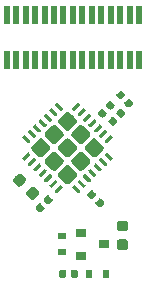
<source format=gbr>
G04 #@! TF.GenerationSoftware,KiCad,Pcbnew,(5.1.2)-2*
G04 #@! TF.CreationDate,2020-01-13T17:58:29+01:00*
G04 #@! TF.ProjectId,ACM-pcb,41434d2d-7063-4622-9e6b-696361645f70,rev?*
G04 #@! TF.SameCoordinates,Original*
G04 #@! TF.FileFunction,Paste,Bot*
G04 #@! TF.FilePolarity,Positive*
%FSLAX46Y46*%
G04 Gerber Fmt 4.6, Leading zero omitted, Abs format (unit mm)*
G04 Created by KiCad (PCBNEW (5.1.2)-2) date 2020-01-13 17:58:29*
%MOMM*%
%LPD*%
G04 APERTURE LIST*
%ADD10R,0.550000X1.500000*%
%ADD11C,0.100000*%
%ADD12C,1.290000*%
%ADD13C,0.300000*%
%ADD14R,0.600000X0.700000*%
%ADD15C,0.590000*%
%ADD16R,0.900000X0.800000*%
%ADD17C,0.875000*%
%ADD18R,0.700000X0.600000*%
G04 APERTURE END LIST*
D10*
X80022000Y-70988000D03*
X80022000Y-67188000D03*
X79222000Y-70988000D03*
X79222000Y-67188000D03*
X78422000Y-70988000D03*
X78422000Y-67188000D03*
X77622000Y-70988000D03*
X77622000Y-67188000D03*
X76822000Y-70988000D03*
X76822000Y-67188000D03*
X76022000Y-70988000D03*
X76022000Y-67188000D03*
X75222000Y-70988000D03*
X75222000Y-67188000D03*
X74422000Y-70988000D03*
X74422000Y-67188000D03*
X73622000Y-70988000D03*
X73622000Y-67188000D03*
X72822000Y-70988000D03*
X72822000Y-67188000D03*
X72022000Y-70988000D03*
X72022000Y-67188000D03*
X71222000Y-70988000D03*
X71222000Y-67188000D03*
X70422000Y-70988000D03*
X70422000Y-67188000D03*
X69622000Y-70988000D03*
X69622000Y-67188000D03*
X68822000Y-70988000D03*
X68822000Y-67188000D03*
D11*
G36*
X73992504Y-79895331D02*
G01*
X74016772Y-79898931D01*
X74040571Y-79904892D01*
X74063670Y-79913157D01*
X74085849Y-79923647D01*
X74106892Y-79936259D01*
X74126598Y-79950874D01*
X74144776Y-79967350D01*
X74703392Y-80525966D01*
X74719868Y-80544144D01*
X74734483Y-80563850D01*
X74747095Y-80584893D01*
X74757585Y-80607072D01*
X74765850Y-80630171D01*
X74771811Y-80653970D01*
X74775411Y-80678238D01*
X74776615Y-80702742D01*
X74775411Y-80727246D01*
X74771811Y-80751514D01*
X74765850Y-80775313D01*
X74757585Y-80798412D01*
X74747095Y-80820591D01*
X74734483Y-80841634D01*
X74719868Y-80861340D01*
X74703392Y-80879518D01*
X74144776Y-81438134D01*
X74126598Y-81454610D01*
X74106892Y-81469225D01*
X74085849Y-81481837D01*
X74063670Y-81492327D01*
X74040571Y-81500592D01*
X74016772Y-81506553D01*
X73992504Y-81510153D01*
X73968000Y-81511357D01*
X73943496Y-81510153D01*
X73919228Y-81506553D01*
X73895429Y-81500592D01*
X73872330Y-81492327D01*
X73850151Y-81481837D01*
X73829108Y-81469225D01*
X73809402Y-81454610D01*
X73791224Y-81438134D01*
X73232608Y-80879518D01*
X73216132Y-80861340D01*
X73201517Y-80841634D01*
X73188905Y-80820591D01*
X73178415Y-80798412D01*
X73170150Y-80775313D01*
X73164189Y-80751514D01*
X73160589Y-80727246D01*
X73159385Y-80702742D01*
X73160589Y-80678238D01*
X73164189Y-80653970D01*
X73170150Y-80630171D01*
X73178415Y-80607072D01*
X73188905Y-80584893D01*
X73201517Y-80563850D01*
X73216132Y-80544144D01*
X73232608Y-80525966D01*
X73791224Y-79967350D01*
X73809402Y-79950874D01*
X73829108Y-79936259D01*
X73850151Y-79923647D01*
X73872330Y-79913157D01*
X73895429Y-79904892D01*
X73919228Y-79898931D01*
X73943496Y-79895331D01*
X73968000Y-79894127D01*
X73992504Y-79895331D01*
X73992504Y-79895331D01*
G37*
D12*
X73968000Y-80702742D03*
D11*
G36*
X72861133Y-78763960D02*
G01*
X72885401Y-78767560D01*
X72909200Y-78773521D01*
X72932299Y-78781786D01*
X72954478Y-78792276D01*
X72975521Y-78804888D01*
X72995227Y-78819503D01*
X73013405Y-78835979D01*
X73572021Y-79394595D01*
X73588497Y-79412773D01*
X73603112Y-79432479D01*
X73615724Y-79453522D01*
X73626214Y-79475701D01*
X73634479Y-79498800D01*
X73640440Y-79522599D01*
X73644040Y-79546867D01*
X73645244Y-79571371D01*
X73644040Y-79595875D01*
X73640440Y-79620143D01*
X73634479Y-79643942D01*
X73626214Y-79667041D01*
X73615724Y-79689220D01*
X73603112Y-79710263D01*
X73588497Y-79729969D01*
X73572021Y-79748147D01*
X73013405Y-80306763D01*
X72995227Y-80323239D01*
X72975521Y-80337854D01*
X72954478Y-80350466D01*
X72932299Y-80360956D01*
X72909200Y-80369221D01*
X72885401Y-80375182D01*
X72861133Y-80378782D01*
X72836629Y-80379986D01*
X72812125Y-80378782D01*
X72787857Y-80375182D01*
X72764058Y-80369221D01*
X72740959Y-80360956D01*
X72718780Y-80350466D01*
X72697737Y-80337854D01*
X72678031Y-80323239D01*
X72659853Y-80306763D01*
X72101237Y-79748147D01*
X72084761Y-79729969D01*
X72070146Y-79710263D01*
X72057534Y-79689220D01*
X72047044Y-79667041D01*
X72038779Y-79643942D01*
X72032818Y-79620143D01*
X72029218Y-79595875D01*
X72028014Y-79571371D01*
X72029218Y-79546867D01*
X72032818Y-79522599D01*
X72038779Y-79498800D01*
X72047044Y-79475701D01*
X72057534Y-79453522D01*
X72070146Y-79432479D01*
X72084761Y-79412773D01*
X72101237Y-79394595D01*
X72659853Y-78835979D01*
X72678031Y-78819503D01*
X72697737Y-78804888D01*
X72718780Y-78792276D01*
X72740959Y-78781786D01*
X72764058Y-78773521D01*
X72787857Y-78767560D01*
X72812125Y-78763960D01*
X72836629Y-78762756D01*
X72861133Y-78763960D01*
X72861133Y-78763960D01*
G37*
D12*
X72836629Y-79571371D03*
D11*
G36*
X71729762Y-77632589D02*
G01*
X71754030Y-77636189D01*
X71777829Y-77642150D01*
X71800928Y-77650415D01*
X71823107Y-77660905D01*
X71844150Y-77673517D01*
X71863856Y-77688132D01*
X71882034Y-77704608D01*
X72440650Y-78263224D01*
X72457126Y-78281402D01*
X72471741Y-78301108D01*
X72484353Y-78322151D01*
X72494843Y-78344330D01*
X72503108Y-78367429D01*
X72509069Y-78391228D01*
X72512669Y-78415496D01*
X72513873Y-78440000D01*
X72512669Y-78464504D01*
X72509069Y-78488772D01*
X72503108Y-78512571D01*
X72494843Y-78535670D01*
X72484353Y-78557849D01*
X72471741Y-78578892D01*
X72457126Y-78598598D01*
X72440650Y-78616776D01*
X71882034Y-79175392D01*
X71863856Y-79191868D01*
X71844150Y-79206483D01*
X71823107Y-79219095D01*
X71800928Y-79229585D01*
X71777829Y-79237850D01*
X71754030Y-79243811D01*
X71729762Y-79247411D01*
X71705258Y-79248615D01*
X71680754Y-79247411D01*
X71656486Y-79243811D01*
X71632687Y-79237850D01*
X71609588Y-79229585D01*
X71587409Y-79219095D01*
X71566366Y-79206483D01*
X71546660Y-79191868D01*
X71528482Y-79175392D01*
X70969866Y-78616776D01*
X70953390Y-78598598D01*
X70938775Y-78578892D01*
X70926163Y-78557849D01*
X70915673Y-78535670D01*
X70907408Y-78512571D01*
X70901447Y-78488772D01*
X70897847Y-78464504D01*
X70896643Y-78440000D01*
X70897847Y-78415496D01*
X70901447Y-78391228D01*
X70907408Y-78367429D01*
X70915673Y-78344330D01*
X70926163Y-78322151D01*
X70938775Y-78301108D01*
X70953390Y-78281402D01*
X70969866Y-78263224D01*
X71528482Y-77704608D01*
X71546660Y-77688132D01*
X71566366Y-77673517D01*
X71587409Y-77660905D01*
X71609588Y-77650415D01*
X71632687Y-77642150D01*
X71656486Y-77636189D01*
X71680754Y-77632589D01*
X71705258Y-77631385D01*
X71729762Y-77632589D01*
X71729762Y-77632589D01*
G37*
D12*
X71705258Y-78440000D03*
D11*
G36*
X75123875Y-78763960D02*
G01*
X75148143Y-78767560D01*
X75171942Y-78773521D01*
X75195041Y-78781786D01*
X75217220Y-78792276D01*
X75238263Y-78804888D01*
X75257969Y-78819503D01*
X75276147Y-78835979D01*
X75834763Y-79394595D01*
X75851239Y-79412773D01*
X75865854Y-79432479D01*
X75878466Y-79453522D01*
X75888956Y-79475701D01*
X75897221Y-79498800D01*
X75903182Y-79522599D01*
X75906782Y-79546867D01*
X75907986Y-79571371D01*
X75906782Y-79595875D01*
X75903182Y-79620143D01*
X75897221Y-79643942D01*
X75888956Y-79667041D01*
X75878466Y-79689220D01*
X75865854Y-79710263D01*
X75851239Y-79729969D01*
X75834763Y-79748147D01*
X75276147Y-80306763D01*
X75257969Y-80323239D01*
X75238263Y-80337854D01*
X75217220Y-80350466D01*
X75195041Y-80360956D01*
X75171942Y-80369221D01*
X75148143Y-80375182D01*
X75123875Y-80378782D01*
X75099371Y-80379986D01*
X75074867Y-80378782D01*
X75050599Y-80375182D01*
X75026800Y-80369221D01*
X75003701Y-80360956D01*
X74981522Y-80350466D01*
X74960479Y-80337854D01*
X74940773Y-80323239D01*
X74922595Y-80306763D01*
X74363979Y-79748147D01*
X74347503Y-79729969D01*
X74332888Y-79710263D01*
X74320276Y-79689220D01*
X74309786Y-79667041D01*
X74301521Y-79643942D01*
X74295560Y-79620143D01*
X74291960Y-79595875D01*
X74290756Y-79571371D01*
X74291960Y-79546867D01*
X74295560Y-79522599D01*
X74301521Y-79498800D01*
X74309786Y-79475701D01*
X74320276Y-79453522D01*
X74332888Y-79432479D01*
X74347503Y-79412773D01*
X74363979Y-79394595D01*
X74922595Y-78835979D01*
X74940773Y-78819503D01*
X74960479Y-78804888D01*
X74981522Y-78792276D01*
X75003701Y-78781786D01*
X75026800Y-78773521D01*
X75050599Y-78767560D01*
X75074867Y-78763960D01*
X75099371Y-78762756D01*
X75123875Y-78763960D01*
X75123875Y-78763960D01*
G37*
D12*
X75099371Y-79571371D03*
D11*
G36*
X73992504Y-77632589D02*
G01*
X74016772Y-77636189D01*
X74040571Y-77642150D01*
X74063670Y-77650415D01*
X74085849Y-77660905D01*
X74106892Y-77673517D01*
X74126598Y-77688132D01*
X74144776Y-77704608D01*
X74703392Y-78263224D01*
X74719868Y-78281402D01*
X74734483Y-78301108D01*
X74747095Y-78322151D01*
X74757585Y-78344330D01*
X74765850Y-78367429D01*
X74771811Y-78391228D01*
X74775411Y-78415496D01*
X74776615Y-78440000D01*
X74775411Y-78464504D01*
X74771811Y-78488772D01*
X74765850Y-78512571D01*
X74757585Y-78535670D01*
X74747095Y-78557849D01*
X74734483Y-78578892D01*
X74719868Y-78598598D01*
X74703392Y-78616776D01*
X74144776Y-79175392D01*
X74126598Y-79191868D01*
X74106892Y-79206483D01*
X74085849Y-79219095D01*
X74063670Y-79229585D01*
X74040571Y-79237850D01*
X74016772Y-79243811D01*
X73992504Y-79247411D01*
X73968000Y-79248615D01*
X73943496Y-79247411D01*
X73919228Y-79243811D01*
X73895429Y-79237850D01*
X73872330Y-79229585D01*
X73850151Y-79219095D01*
X73829108Y-79206483D01*
X73809402Y-79191868D01*
X73791224Y-79175392D01*
X73232608Y-78616776D01*
X73216132Y-78598598D01*
X73201517Y-78578892D01*
X73188905Y-78557849D01*
X73178415Y-78535670D01*
X73170150Y-78512571D01*
X73164189Y-78488772D01*
X73160589Y-78464504D01*
X73159385Y-78440000D01*
X73160589Y-78415496D01*
X73164189Y-78391228D01*
X73170150Y-78367429D01*
X73178415Y-78344330D01*
X73188905Y-78322151D01*
X73201517Y-78301108D01*
X73216132Y-78281402D01*
X73232608Y-78263224D01*
X73791224Y-77704608D01*
X73809402Y-77688132D01*
X73829108Y-77673517D01*
X73850151Y-77660905D01*
X73872330Y-77650415D01*
X73895429Y-77642150D01*
X73919228Y-77636189D01*
X73943496Y-77632589D01*
X73968000Y-77631385D01*
X73992504Y-77632589D01*
X73992504Y-77632589D01*
G37*
D12*
X73968000Y-78440000D03*
D11*
G36*
X72861133Y-76501218D02*
G01*
X72885401Y-76504818D01*
X72909200Y-76510779D01*
X72932299Y-76519044D01*
X72954478Y-76529534D01*
X72975521Y-76542146D01*
X72995227Y-76556761D01*
X73013405Y-76573237D01*
X73572021Y-77131853D01*
X73588497Y-77150031D01*
X73603112Y-77169737D01*
X73615724Y-77190780D01*
X73626214Y-77212959D01*
X73634479Y-77236058D01*
X73640440Y-77259857D01*
X73644040Y-77284125D01*
X73645244Y-77308629D01*
X73644040Y-77333133D01*
X73640440Y-77357401D01*
X73634479Y-77381200D01*
X73626214Y-77404299D01*
X73615724Y-77426478D01*
X73603112Y-77447521D01*
X73588497Y-77467227D01*
X73572021Y-77485405D01*
X73013405Y-78044021D01*
X72995227Y-78060497D01*
X72975521Y-78075112D01*
X72954478Y-78087724D01*
X72932299Y-78098214D01*
X72909200Y-78106479D01*
X72885401Y-78112440D01*
X72861133Y-78116040D01*
X72836629Y-78117244D01*
X72812125Y-78116040D01*
X72787857Y-78112440D01*
X72764058Y-78106479D01*
X72740959Y-78098214D01*
X72718780Y-78087724D01*
X72697737Y-78075112D01*
X72678031Y-78060497D01*
X72659853Y-78044021D01*
X72101237Y-77485405D01*
X72084761Y-77467227D01*
X72070146Y-77447521D01*
X72057534Y-77426478D01*
X72047044Y-77404299D01*
X72038779Y-77381200D01*
X72032818Y-77357401D01*
X72029218Y-77333133D01*
X72028014Y-77308629D01*
X72029218Y-77284125D01*
X72032818Y-77259857D01*
X72038779Y-77236058D01*
X72047044Y-77212959D01*
X72057534Y-77190780D01*
X72070146Y-77169737D01*
X72084761Y-77150031D01*
X72101237Y-77131853D01*
X72659853Y-76573237D01*
X72678031Y-76556761D01*
X72697737Y-76542146D01*
X72718780Y-76529534D01*
X72740959Y-76519044D01*
X72764058Y-76510779D01*
X72787857Y-76504818D01*
X72812125Y-76501218D01*
X72836629Y-76500014D01*
X72861133Y-76501218D01*
X72861133Y-76501218D01*
G37*
D12*
X72836629Y-77308629D03*
D11*
G36*
X76255246Y-77632589D02*
G01*
X76279514Y-77636189D01*
X76303313Y-77642150D01*
X76326412Y-77650415D01*
X76348591Y-77660905D01*
X76369634Y-77673517D01*
X76389340Y-77688132D01*
X76407518Y-77704608D01*
X76966134Y-78263224D01*
X76982610Y-78281402D01*
X76997225Y-78301108D01*
X77009837Y-78322151D01*
X77020327Y-78344330D01*
X77028592Y-78367429D01*
X77034553Y-78391228D01*
X77038153Y-78415496D01*
X77039357Y-78440000D01*
X77038153Y-78464504D01*
X77034553Y-78488772D01*
X77028592Y-78512571D01*
X77020327Y-78535670D01*
X77009837Y-78557849D01*
X76997225Y-78578892D01*
X76982610Y-78598598D01*
X76966134Y-78616776D01*
X76407518Y-79175392D01*
X76389340Y-79191868D01*
X76369634Y-79206483D01*
X76348591Y-79219095D01*
X76326412Y-79229585D01*
X76303313Y-79237850D01*
X76279514Y-79243811D01*
X76255246Y-79247411D01*
X76230742Y-79248615D01*
X76206238Y-79247411D01*
X76181970Y-79243811D01*
X76158171Y-79237850D01*
X76135072Y-79229585D01*
X76112893Y-79219095D01*
X76091850Y-79206483D01*
X76072144Y-79191868D01*
X76053966Y-79175392D01*
X75495350Y-78616776D01*
X75478874Y-78598598D01*
X75464259Y-78578892D01*
X75451647Y-78557849D01*
X75441157Y-78535670D01*
X75432892Y-78512571D01*
X75426931Y-78488772D01*
X75423331Y-78464504D01*
X75422127Y-78440000D01*
X75423331Y-78415496D01*
X75426931Y-78391228D01*
X75432892Y-78367429D01*
X75441157Y-78344330D01*
X75451647Y-78322151D01*
X75464259Y-78301108D01*
X75478874Y-78281402D01*
X75495350Y-78263224D01*
X76053966Y-77704608D01*
X76072144Y-77688132D01*
X76091850Y-77673517D01*
X76112893Y-77660905D01*
X76135072Y-77650415D01*
X76158171Y-77642150D01*
X76181970Y-77636189D01*
X76206238Y-77632589D01*
X76230742Y-77631385D01*
X76255246Y-77632589D01*
X76255246Y-77632589D01*
G37*
D12*
X76230742Y-78440000D03*
D11*
G36*
X75123875Y-76501218D02*
G01*
X75148143Y-76504818D01*
X75171942Y-76510779D01*
X75195041Y-76519044D01*
X75217220Y-76529534D01*
X75238263Y-76542146D01*
X75257969Y-76556761D01*
X75276147Y-76573237D01*
X75834763Y-77131853D01*
X75851239Y-77150031D01*
X75865854Y-77169737D01*
X75878466Y-77190780D01*
X75888956Y-77212959D01*
X75897221Y-77236058D01*
X75903182Y-77259857D01*
X75906782Y-77284125D01*
X75907986Y-77308629D01*
X75906782Y-77333133D01*
X75903182Y-77357401D01*
X75897221Y-77381200D01*
X75888956Y-77404299D01*
X75878466Y-77426478D01*
X75865854Y-77447521D01*
X75851239Y-77467227D01*
X75834763Y-77485405D01*
X75276147Y-78044021D01*
X75257969Y-78060497D01*
X75238263Y-78075112D01*
X75217220Y-78087724D01*
X75195041Y-78098214D01*
X75171942Y-78106479D01*
X75148143Y-78112440D01*
X75123875Y-78116040D01*
X75099371Y-78117244D01*
X75074867Y-78116040D01*
X75050599Y-78112440D01*
X75026800Y-78106479D01*
X75003701Y-78098214D01*
X74981522Y-78087724D01*
X74960479Y-78075112D01*
X74940773Y-78060497D01*
X74922595Y-78044021D01*
X74363979Y-77485405D01*
X74347503Y-77467227D01*
X74332888Y-77447521D01*
X74320276Y-77426478D01*
X74309786Y-77404299D01*
X74301521Y-77381200D01*
X74295560Y-77357401D01*
X74291960Y-77333133D01*
X74290756Y-77308629D01*
X74291960Y-77284125D01*
X74295560Y-77259857D01*
X74301521Y-77236058D01*
X74309786Y-77212959D01*
X74320276Y-77190780D01*
X74332888Y-77169737D01*
X74347503Y-77150031D01*
X74363979Y-77131853D01*
X74922595Y-76573237D01*
X74940773Y-76556761D01*
X74960479Y-76542146D01*
X74981522Y-76529534D01*
X75003701Y-76519044D01*
X75026800Y-76510779D01*
X75050599Y-76504818D01*
X75074867Y-76501218D01*
X75099371Y-76500014D01*
X75123875Y-76501218D01*
X75123875Y-76501218D01*
G37*
D12*
X75099371Y-77308629D03*
D11*
G36*
X73992504Y-75369847D02*
G01*
X74016772Y-75373447D01*
X74040571Y-75379408D01*
X74063670Y-75387673D01*
X74085849Y-75398163D01*
X74106892Y-75410775D01*
X74126598Y-75425390D01*
X74144776Y-75441866D01*
X74703392Y-76000482D01*
X74719868Y-76018660D01*
X74734483Y-76038366D01*
X74747095Y-76059409D01*
X74757585Y-76081588D01*
X74765850Y-76104687D01*
X74771811Y-76128486D01*
X74775411Y-76152754D01*
X74776615Y-76177258D01*
X74775411Y-76201762D01*
X74771811Y-76226030D01*
X74765850Y-76249829D01*
X74757585Y-76272928D01*
X74747095Y-76295107D01*
X74734483Y-76316150D01*
X74719868Y-76335856D01*
X74703392Y-76354034D01*
X74144776Y-76912650D01*
X74126598Y-76929126D01*
X74106892Y-76943741D01*
X74085849Y-76956353D01*
X74063670Y-76966843D01*
X74040571Y-76975108D01*
X74016772Y-76981069D01*
X73992504Y-76984669D01*
X73968000Y-76985873D01*
X73943496Y-76984669D01*
X73919228Y-76981069D01*
X73895429Y-76975108D01*
X73872330Y-76966843D01*
X73850151Y-76956353D01*
X73829108Y-76943741D01*
X73809402Y-76929126D01*
X73791224Y-76912650D01*
X73232608Y-76354034D01*
X73216132Y-76335856D01*
X73201517Y-76316150D01*
X73188905Y-76295107D01*
X73178415Y-76272928D01*
X73170150Y-76249829D01*
X73164189Y-76226030D01*
X73160589Y-76201762D01*
X73159385Y-76177258D01*
X73160589Y-76152754D01*
X73164189Y-76128486D01*
X73170150Y-76104687D01*
X73178415Y-76081588D01*
X73188905Y-76059409D01*
X73201517Y-76038366D01*
X73216132Y-76018660D01*
X73232608Y-76000482D01*
X73791224Y-75441866D01*
X73809402Y-75425390D01*
X73829108Y-75410775D01*
X73850151Y-75398163D01*
X73872330Y-75387673D01*
X73895429Y-75379408D01*
X73919228Y-75373447D01*
X73943496Y-75369847D01*
X73968000Y-75368643D01*
X73992504Y-75369847D01*
X73992504Y-75369847D01*
G37*
D12*
X73968000Y-76177258D03*
D11*
G36*
X73409666Y-81582697D02*
G01*
X73416947Y-81583777D01*
X73424086Y-81585565D01*
X73431016Y-81588045D01*
X73437670Y-81591192D01*
X73443983Y-81594976D01*
X73449894Y-81599360D01*
X73455348Y-81604303D01*
X73561414Y-81710369D01*
X73566357Y-81715823D01*
X73570741Y-81721734D01*
X73574525Y-81728047D01*
X73577672Y-81734701D01*
X73580152Y-81741631D01*
X73581940Y-81748770D01*
X73583020Y-81756051D01*
X73583381Y-81763402D01*
X73583020Y-81770753D01*
X73581940Y-81778034D01*
X73580152Y-81785173D01*
X73577672Y-81792103D01*
X73574525Y-81798757D01*
X73570741Y-81805070D01*
X73566357Y-81810981D01*
X73561414Y-81816435D01*
X73119472Y-82258377D01*
X73114018Y-82263320D01*
X73108107Y-82267704D01*
X73101794Y-82271488D01*
X73095140Y-82274635D01*
X73088210Y-82277115D01*
X73081071Y-82278903D01*
X73073790Y-82279983D01*
X73066439Y-82280344D01*
X73059088Y-82279983D01*
X73051807Y-82278903D01*
X73044668Y-82277115D01*
X73037738Y-82274635D01*
X73031084Y-82271488D01*
X73024771Y-82267704D01*
X73018860Y-82263320D01*
X73013406Y-82258377D01*
X72907340Y-82152311D01*
X72902397Y-82146857D01*
X72898013Y-82140946D01*
X72894229Y-82134633D01*
X72891082Y-82127979D01*
X72888602Y-82121049D01*
X72886814Y-82113910D01*
X72885734Y-82106629D01*
X72885373Y-82099278D01*
X72885734Y-82091927D01*
X72886814Y-82084646D01*
X72888602Y-82077507D01*
X72891082Y-82070577D01*
X72894229Y-82063923D01*
X72898013Y-82057610D01*
X72902397Y-82051699D01*
X72907340Y-82046245D01*
X73349282Y-81604303D01*
X73354736Y-81599360D01*
X73360647Y-81594976D01*
X73366960Y-81591192D01*
X73373614Y-81588045D01*
X73380544Y-81585565D01*
X73387683Y-81583777D01*
X73394964Y-81582697D01*
X73402315Y-81582336D01*
X73409666Y-81582697D01*
X73409666Y-81582697D01*
G37*
D13*
X73234377Y-81931340D03*
D11*
G36*
X72950046Y-81123077D02*
G01*
X72957327Y-81124157D01*
X72964466Y-81125945D01*
X72971396Y-81128425D01*
X72978050Y-81131572D01*
X72984363Y-81135356D01*
X72990274Y-81139740D01*
X72995728Y-81144683D01*
X73101794Y-81250749D01*
X73106737Y-81256203D01*
X73111121Y-81262114D01*
X73114905Y-81268427D01*
X73118052Y-81275081D01*
X73120532Y-81282011D01*
X73122320Y-81289150D01*
X73123400Y-81296431D01*
X73123761Y-81303782D01*
X73123400Y-81311133D01*
X73122320Y-81318414D01*
X73120532Y-81325553D01*
X73118052Y-81332483D01*
X73114905Y-81339137D01*
X73111121Y-81345450D01*
X73106737Y-81351361D01*
X73101794Y-81356815D01*
X72659852Y-81798757D01*
X72654398Y-81803700D01*
X72648487Y-81808084D01*
X72642174Y-81811868D01*
X72635520Y-81815015D01*
X72628590Y-81817495D01*
X72621451Y-81819283D01*
X72614170Y-81820363D01*
X72606819Y-81820724D01*
X72599468Y-81820363D01*
X72592187Y-81819283D01*
X72585048Y-81817495D01*
X72578118Y-81815015D01*
X72571464Y-81811868D01*
X72565151Y-81808084D01*
X72559240Y-81803700D01*
X72553786Y-81798757D01*
X72447720Y-81692691D01*
X72442777Y-81687237D01*
X72438393Y-81681326D01*
X72434609Y-81675013D01*
X72431462Y-81668359D01*
X72428982Y-81661429D01*
X72427194Y-81654290D01*
X72426114Y-81647009D01*
X72425753Y-81639658D01*
X72426114Y-81632307D01*
X72427194Y-81625026D01*
X72428982Y-81617887D01*
X72431462Y-81610957D01*
X72434609Y-81604303D01*
X72438393Y-81597990D01*
X72442777Y-81592079D01*
X72447720Y-81586625D01*
X72889662Y-81144683D01*
X72895116Y-81139740D01*
X72901027Y-81135356D01*
X72907340Y-81131572D01*
X72913994Y-81128425D01*
X72920924Y-81125945D01*
X72928063Y-81124157D01*
X72935344Y-81123077D01*
X72942695Y-81122716D01*
X72950046Y-81123077D01*
X72950046Y-81123077D01*
G37*
D13*
X72774757Y-81471720D03*
D11*
G36*
X72490427Y-80663458D02*
G01*
X72497708Y-80664538D01*
X72504847Y-80666326D01*
X72511777Y-80668806D01*
X72518431Y-80671953D01*
X72524744Y-80675737D01*
X72530655Y-80680121D01*
X72536109Y-80685064D01*
X72642175Y-80791130D01*
X72647118Y-80796584D01*
X72651502Y-80802495D01*
X72655286Y-80808808D01*
X72658433Y-80815462D01*
X72660913Y-80822392D01*
X72662701Y-80829531D01*
X72663781Y-80836812D01*
X72664142Y-80844163D01*
X72663781Y-80851514D01*
X72662701Y-80858795D01*
X72660913Y-80865934D01*
X72658433Y-80872864D01*
X72655286Y-80879518D01*
X72651502Y-80885831D01*
X72647118Y-80891742D01*
X72642175Y-80897196D01*
X72200233Y-81339138D01*
X72194779Y-81344081D01*
X72188868Y-81348465D01*
X72182555Y-81352249D01*
X72175901Y-81355396D01*
X72168971Y-81357876D01*
X72161832Y-81359664D01*
X72154551Y-81360744D01*
X72147200Y-81361105D01*
X72139849Y-81360744D01*
X72132568Y-81359664D01*
X72125429Y-81357876D01*
X72118499Y-81355396D01*
X72111845Y-81352249D01*
X72105532Y-81348465D01*
X72099621Y-81344081D01*
X72094167Y-81339138D01*
X71988101Y-81233072D01*
X71983158Y-81227618D01*
X71978774Y-81221707D01*
X71974990Y-81215394D01*
X71971843Y-81208740D01*
X71969363Y-81201810D01*
X71967575Y-81194671D01*
X71966495Y-81187390D01*
X71966134Y-81180039D01*
X71966495Y-81172688D01*
X71967575Y-81165407D01*
X71969363Y-81158268D01*
X71971843Y-81151338D01*
X71974990Y-81144684D01*
X71978774Y-81138371D01*
X71983158Y-81132460D01*
X71988101Y-81127006D01*
X72430043Y-80685064D01*
X72435497Y-80680121D01*
X72441408Y-80675737D01*
X72447721Y-80671953D01*
X72454375Y-80668806D01*
X72461305Y-80666326D01*
X72468444Y-80664538D01*
X72475725Y-80663458D01*
X72483076Y-80663097D01*
X72490427Y-80663458D01*
X72490427Y-80663458D01*
G37*
D13*
X72315138Y-81012101D03*
D11*
G36*
X72030807Y-80203839D02*
G01*
X72038088Y-80204919D01*
X72045227Y-80206707D01*
X72052157Y-80209187D01*
X72058811Y-80212334D01*
X72065124Y-80216118D01*
X72071035Y-80220502D01*
X72076489Y-80225445D01*
X72182555Y-80331511D01*
X72187498Y-80336965D01*
X72191882Y-80342876D01*
X72195666Y-80349189D01*
X72198813Y-80355843D01*
X72201293Y-80362773D01*
X72203081Y-80369912D01*
X72204161Y-80377193D01*
X72204522Y-80384544D01*
X72204161Y-80391895D01*
X72203081Y-80399176D01*
X72201293Y-80406315D01*
X72198813Y-80413245D01*
X72195666Y-80419899D01*
X72191882Y-80426212D01*
X72187498Y-80432123D01*
X72182555Y-80437577D01*
X71740613Y-80879519D01*
X71735159Y-80884462D01*
X71729248Y-80888846D01*
X71722935Y-80892630D01*
X71716281Y-80895777D01*
X71709351Y-80898257D01*
X71702212Y-80900045D01*
X71694931Y-80901125D01*
X71687580Y-80901486D01*
X71680229Y-80901125D01*
X71672948Y-80900045D01*
X71665809Y-80898257D01*
X71658879Y-80895777D01*
X71652225Y-80892630D01*
X71645912Y-80888846D01*
X71640001Y-80884462D01*
X71634547Y-80879519D01*
X71528481Y-80773453D01*
X71523538Y-80767999D01*
X71519154Y-80762088D01*
X71515370Y-80755775D01*
X71512223Y-80749121D01*
X71509743Y-80742191D01*
X71507955Y-80735052D01*
X71506875Y-80727771D01*
X71506514Y-80720420D01*
X71506875Y-80713069D01*
X71507955Y-80705788D01*
X71509743Y-80698649D01*
X71512223Y-80691719D01*
X71515370Y-80685065D01*
X71519154Y-80678752D01*
X71523538Y-80672841D01*
X71528481Y-80667387D01*
X71970423Y-80225445D01*
X71975877Y-80220502D01*
X71981788Y-80216118D01*
X71988101Y-80212334D01*
X71994755Y-80209187D01*
X72001685Y-80206707D01*
X72008824Y-80204919D01*
X72016105Y-80203839D01*
X72023456Y-80203478D01*
X72030807Y-80203839D01*
X72030807Y-80203839D01*
G37*
D13*
X71855518Y-80552482D03*
D11*
G36*
X71571188Y-79744219D02*
G01*
X71578469Y-79745299D01*
X71585608Y-79747087D01*
X71592538Y-79749567D01*
X71599192Y-79752714D01*
X71605505Y-79756498D01*
X71611416Y-79760882D01*
X71616870Y-79765825D01*
X71722936Y-79871891D01*
X71727879Y-79877345D01*
X71732263Y-79883256D01*
X71736047Y-79889569D01*
X71739194Y-79896223D01*
X71741674Y-79903153D01*
X71743462Y-79910292D01*
X71744542Y-79917573D01*
X71744903Y-79924924D01*
X71744542Y-79932275D01*
X71743462Y-79939556D01*
X71741674Y-79946695D01*
X71739194Y-79953625D01*
X71736047Y-79960279D01*
X71732263Y-79966592D01*
X71727879Y-79972503D01*
X71722936Y-79977957D01*
X71280994Y-80419899D01*
X71275540Y-80424842D01*
X71269629Y-80429226D01*
X71263316Y-80433010D01*
X71256662Y-80436157D01*
X71249732Y-80438637D01*
X71242593Y-80440425D01*
X71235312Y-80441505D01*
X71227961Y-80441866D01*
X71220610Y-80441505D01*
X71213329Y-80440425D01*
X71206190Y-80438637D01*
X71199260Y-80436157D01*
X71192606Y-80433010D01*
X71186293Y-80429226D01*
X71180382Y-80424842D01*
X71174928Y-80419899D01*
X71068862Y-80313833D01*
X71063919Y-80308379D01*
X71059535Y-80302468D01*
X71055751Y-80296155D01*
X71052604Y-80289501D01*
X71050124Y-80282571D01*
X71048336Y-80275432D01*
X71047256Y-80268151D01*
X71046895Y-80260800D01*
X71047256Y-80253449D01*
X71048336Y-80246168D01*
X71050124Y-80239029D01*
X71052604Y-80232099D01*
X71055751Y-80225445D01*
X71059535Y-80219132D01*
X71063919Y-80213221D01*
X71068862Y-80207767D01*
X71510804Y-79765825D01*
X71516258Y-79760882D01*
X71522169Y-79756498D01*
X71528482Y-79752714D01*
X71535136Y-79749567D01*
X71542066Y-79747087D01*
X71549205Y-79745299D01*
X71556486Y-79744219D01*
X71563837Y-79743858D01*
X71571188Y-79744219D01*
X71571188Y-79744219D01*
G37*
D13*
X71395899Y-80092862D03*
D11*
G36*
X71111569Y-79284600D02*
G01*
X71118850Y-79285680D01*
X71125989Y-79287468D01*
X71132919Y-79289948D01*
X71139573Y-79293095D01*
X71145886Y-79296879D01*
X71151797Y-79301263D01*
X71157251Y-79306206D01*
X71263317Y-79412272D01*
X71268260Y-79417726D01*
X71272644Y-79423637D01*
X71276428Y-79429950D01*
X71279575Y-79436604D01*
X71282055Y-79443534D01*
X71283843Y-79450673D01*
X71284923Y-79457954D01*
X71285284Y-79465305D01*
X71284923Y-79472656D01*
X71283843Y-79479937D01*
X71282055Y-79487076D01*
X71279575Y-79494006D01*
X71276428Y-79500660D01*
X71272644Y-79506973D01*
X71268260Y-79512884D01*
X71263317Y-79518338D01*
X70821375Y-79960280D01*
X70815921Y-79965223D01*
X70810010Y-79969607D01*
X70803697Y-79973391D01*
X70797043Y-79976538D01*
X70790113Y-79979018D01*
X70782974Y-79980806D01*
X70775693Y-79981886D01*
X70768342Y-79982247D01*
X70760991Y-79981886D01*
X70753710Y-79980806D01*
X70746571Y-79979018D01*
X70739641Y-79976538D01*
X70732987Y-79973391D01*
X70726674Y-79969607D01*
X70720763Y-79965223D01*
X70715309Y-79960280D01*
X70609243Y-79854214D01*
X70604300Y-79848760D01*
X70599916Y-79842849D01*
X70596132Y-79836536D01*
X70592985Y-79829882D01*
X70590505Y-79822952D01*
X70588717Y-79815813D01*
X70587637Y-79808532D01*
X70587276Y-79801181D01*
X70587637Y-79793830D01*
X70588717Y-79786549D01*
X70590505Y-79779410D01*
X70592985Y-79772480D01*
X70596132Y-79765826D01*
X70599916Y-79759513D01*
X70604300Y-79753602D01*
X70609243Y-79748148D01*
X71051185Y-79306206D01*
X71056639Y-79301263D01*
X71062550Y-79296879D01*
X71068863Y-79293095D01*
X71075517Y-79289948D01*
X71082447Y-79287468D01*
X71089586Y-79285680D01*
X71096867Y-79284600D01*
X71104218Y-79284239D01*
X71111569Y-79284600D01*
X71111569Y-79284600D01*
G37*
D13*
X70936280Y-79633243D03*
D11*
G36*
X70651949Y-78824980D02*
G01*
X70659230Y-78826060D01*
X70666369Y-78827848D01*
X70673299Y-78830328D01*
X70679953Y-78833475D01*
X70686266Y-78837259D01*
X70692177Y-78841643D01*
X70697631Y-78846586D01*
X70803697Y-78952652D01*
X70808640Y-78958106D01*
X70813024Y-78964017D01*
X70816808Y-78970330D01*
X70819955Y-78976984D01*
X70822435Y-78983914D01*
X70824223Y-78991053D01*
X70825303Y-78998334D01*
X70825664Y-79005685D01*
X70825303Y-79013036D01*
X70824223Y-79020317D01*
X70822435Y-79027456D01*
X70819955Y-79034386D01*
X70816808Y-79041040D01*
X70813024Y-79047353D01*
X70808640Y-79053264D01*
X70803697Y-79058718D01*
X70361755Y-79500660D01*
X70356301Y-79505603D01*
X70350390Y-79509987D01*
X70344077Y-79513771D01*
X70337423Y-79516918D01*
X70330493Y-79519398D01*
X70323354Y-79521186D01*
X70316073Y-79522266D01*
X70308722Y-79522627D01*
X70301371Y-79522266D01*
X70294090Y-79521186D01*
X70286951Y-79519398D01*
X70280021Y-79516918D01*
X70273367Y-79513771D01*
X70267054Y-79509987D01*
X70261143Y-79505603D01*
X70255689Y-79500660D01*
X70149623Y-79394594D01*
X70144680Y-79389140D01*
X70140296Y-79383229D01*
X70136512Y-79376916D01*
X70133365Y-79370262D01*
X70130885Y-79363332D01*
X70129097Y-79356193D01*
X70128017Y-79348912D01*
X70127656Y-79341561D01*
X70128017Y-79334210D01*
X70129097Y-79326929D01*
X70130885Y-79319790D01*
X70133365Y-79312860D01*
X70136512Y-79306206D01*
X70140296Y-79299893D01*
X70144680Y-79293982D01*
X70149623Y-79288528D01*
X70591565Y-78846586D01*
X70597019Y-78841643D01*
X70602930Y-78837259D01*
X70609243Y-78833475D01*
X70615897Y-78830328D01*
X70622827Y-78827848D01*
X70629966Y-78826060D01*
X70637247Y-78824980D01*
X70644598Y-78824619D01*
X70651949Y-78824980D01*
X70651949Y-78824980D01*
G37*
D13*
X70476660Y-79173623D03*
D11*
G36*
X70316073Y-77357734D02*
G01*
X70323354Y-77358814D01*
X70330493Y-77360602D01*
X70337423Y-77363082D01*
X70344077Y-77366229D01*
X70350390Y-77370013D01*
X70356301Y-77374397D01*
X70361755Y-77379340D01*
X70803697Y-77821282D01*
X70808640Y-77826736D01*
X70813024Y-77832647D01*
X70816808Y-77838960D01*
X70819955Y-77845614D01*
X70822435Y-77852544D01*
X70824223Y-77859683D01*
X70825303Y-77866964D01*
X70825664Y-77874315D01*
X70825303Y-77881666D01*
X70824223Y-77888947D01*
X70822435Y-77896086D01*
X70819955Y-77903016D01*
X70816808Y-77909670D01*
X70813024Y-77915983D01*
X70808640Y-77921894D01*
X70803697Y-77927348D01*
X70697631Y-78033414D01*
X70692177Y-78038357D01*
X70686266Y-78042741D01*
X70679953Y-78046525D01*
X70673299Y-78049672D01*
X70666369Y-78052152D01*
X70659230Y-78053940D01*
X70651949Y-78055020D01*
X70644598Y-78055381D01*
X70637247Y-78055020D01*
X70629966Y-78053940D01*
X70622827Y-78052152D01*
X70615897Y-78049672D01*
X70609243Y-78046525D01*
X70602930Y-78042741D01*
X70597019Y-78038357D01*
X70591565Y-78033414D01*
X70149623Y-77591472D01*
X70144680Y-77586018D01*
X70140296Y-77580107D01*
X70136512Y-77573794D01*
X70133365Y-77567140D01*
X70130885Y-77560210D01*
X70129097Y-77553071D01*
X70128017Y-77545790D01*
X70127656Y-77538439D01*
X70128017Y-77531088D01*
X70129097Y-77523807D01*
X70130885Y-77516668D01*
X70133365Y-77509738D01*
X70136512Y-77503084D01*
X70140296Y-77496771D01*
X70144680Y-77490860D01*
X70149623Y-77485406D01*
X70255689Y-77379340D01*
X70261143Y-77374397D01*
X70267054Y-77370013D01*
X70273367Y-77366229D01*
X70280021Y-77363082D01*
X70286951Y-77360602D01*
X70294090Y-77358814D01*
X70301371Y-77357734D01*
X70308722Y-77357373D01*
X70316073Y-77357734D01*
X70316073Y-77357734D01*
G37*
D13*
X70476660Y-77706377D03*
D11*
G36*
X70775693Y-76898114D02*
G01*
X70782974Y-76899194D01*
X70790113Y-76900982D01*
X70797043Y-76903462D01*
X70803697Y-76906609D01*
X70810010Y-76910393D01*
X70815921Y-76914777D01*
X70821375Y-76919720D01*
X71263317Y-77361662D01*
X71268260Y-77367116D01*
X71272644Y-77373027D01*
X71276428Y-77379340D01*
X71279575Y-77385994D01*
X71282055Y-77392924D01*
X71283843Y-77400063D01*
X71284923Y-77407344D01*
X71285284Y-77414695D01*
X71284923Y-77422046D01*
X71283843Y-77429327D01*
X71282055Y-77436466D01*
X71279575Y-77443396D01*
X71276428Y-77450050D01*
X71272644Y-77456363D01*
X71268260Y-77462274D01*
X71263317Y-77467728D01*
X71157251Y-77573794D01*
X71151797Y-77578737D01*
X71145886Y-77583121D01*
X71139573Y-77586905D01*
X71132919Y-77590052D01*
X71125989Y-77592532D01*
X71118850Y-77594320D01*
X71111569Y-77595400D01*
X71104218Y-77595761D01*
X71096867Y-77595400D01*
X71089586Y-77594320D01*
X71082447Y-77592532D01*
X71075517Y-77590052D01*
X71068863Y-77586905D01*
X71062550Y-77583121D01*
X71056639Y-77578737D01*
X71051185Y-77573794D01*
X70609243Y-77131852D01*
X70604300Y-77126398D01*
X70599916Y-77120487D01*
X70596132Y-77114174D01*
X70592985Y-77107520D01*
X70590505Y-77100590D01*
X70588717Y-77093451D01*
X70587637Y-77086170D01*
X70587276Y-77078819D01*
X70587637Y-77071468D01*
X70588717Y-77064187D01*
X70590505Y-77057048D01*
X70592985Y-77050118D01*
X70596132Y-77043464D01*
X70599916Y-77037151D01*
X70604300Y-77031240D01*
X70609243Y-77025786D01*
X70715309Y-76919720D01*
X70720763Y-76914777D01*
X70726674Y-76910393D01*
X70732987Y-76906609D01*
X70739641Y-76903462D01*
X70746571Y-76900982D01*
X70753710Y-76899194D01*
X70760991Y-76898114D01*
X70768342Y-76897753D01*
X70775693Y-76898114D01*
X70775693Y-76898114D01*
G37*
D13*
X70936280Y-77246757D03*
D11*
G36*
X71235312Y-76438495D02*
G01*
X71242593Y-76439575D01*
X71249732Y-76441363D01*
X71256662Y-76443843D01*
X71263316Y-76446990D01*
X71269629Y-76450774D01*
X71275540Y-76455158D01*
X71280994Y-76460101D01*
X71722936Y-76902043D01*
X71727879Y-76907497D01*
X71732263Y-76913408D01*
X71736047Y-76919721D01*
X71739194Y-76926375D01*
X71741674Y-76933305D01*
X71743462Y-76940444D01*
X71744542Y-76947725D01*
X71744903Y-76955076D01*
X71744542Y-76962427D01*
X71743462Y-76969708D01*
X71741674Y-76976847D01*
X71739194Y-76983777D01*
X71736047Y-76990431D01*
X71732263Y-76996744D01*
X71727879Y-77002655D01*
X71722936Y-77008109D01*
X71616870Y-77114175D01*
X71611416Y-77119118D01*
X71605505Y-77123502D01*
X71599192Y-77127286D01*
X71592538Y-77130433D01*
X71585608Y-77132913D01*
X71578469Y-77134701D01*
X71571188Y-77135781D01*
X71563837Y-77136142D01*
X71556486Y-77135781D01*
X71549205Y-77134701D01*
X71542066Y-77132913D01*
X71535136Y-77130433D01*
X71528482Y-77127286D01*
X71522169Y-77123502D01*
X71516258Y-77119118D01*
X71510804Y-77114175D01*
X71068862Y-76672233D01*
X71063919Y-76666779D01*
X71059535Y-76660868D01*
X71055751Y-76654555D01*
X71052604Y-76647901D01*
X71050124Y-76640971D01*
X71048336Y-76633832D01*
X71047256Y-76626551D01*
X71046895Y-76619200D01*
X71047256Y-76611849D01*
X71048336Y-76604568D01*
X71050124Y-76597429D01*
X71052604Y-76590499D01*
X71055751Y-76583845D01*
X71059535Y-76577532D01*
X71063919Y-76571621D01*
X71068862Y-76566167D01*
X71174928Y-76460101D01*
X71180382Y-76455158D01*
X71186293Y-76450774D01*
X71192606Y-76446990D01*
X71199260Y-76443843D01*
X71206190Y-76441363D01*
X71213329Y-76439575D01*
X71220610Y-76438495D01*
X71227961Y-76438134D01*
X71235312Y-76438495D01*
X71235312Y-76438495D01*
G37*
D13*
X71395899Y-76787138D03*
D11*
G36*
X71694931Y-75978875D02*
G01*
X71702212Y-75979955D01*
X71709351Y-75981743D01*
X71716281Y-75984223D01*
X71722935Y-75987370D01*
X71729248Y-75991154D01*
X71735159Y-75995538D01*
X71740613Y-76000481D01*
X72182555Y-76442423D01*
X72187498Y-76447877D01*
X72191882Y-76453788D01*
X72195666Y-76460101D01*
X72198813Y-76466755D01*
X72201293Y-76473685D01*
X72203081Y-76480824D01*
X72204161Y-76488105D01*
X72204522Y-76495456D01*
X72204161Y-76502807D01*
X72203081Y-76510088D01*
X72201293Y-76517227D01*
X72198813Y-76524157D01*
X72195666Y-76530811D01*
X72191882Y-76537124D01*
X72187498Y-76543035D01*
X72182555Y-76548489D01*
X72076489Y-76654555D01*
X72071035Y-76659498D01*
X72065124Y-76663882D01*
X72058811Y-76667666D01*
X72052157Y-76670813D01*
X72045227Y-76673293D01*
X72038088Y-76675081D01*
X72030807Y-76676161D01*
X72023456Y-76676522D01*
X72016105Y-76676161D01*
X72008824Y-76675081D01*
X72001685Y-76673293D01*
X71994755Y-76670813D01*
X71988101Y-76667666D01*
X71981788Y-76663882D01*
X71975877Y-76659498D01*
X71970423Y-76654555D01*
X71528481Y-76212613D01*
X71523538Y-76207159D01*
X71519154Y-76201248D01*
X71515370Y-76194935D01*
X71512223Y-76188281D01*
X71509743Y-76181351D01*
X71507955Y-76174212D01*
X71506875Y-76166931D01*
X71506514Y-76159580D01*
X71506875Y-76152229D01*
X71507955Y-76144948D01*
X71509743Y-76137809D01*
X71512223Y-76130879D01*
X71515370Y-76124225D01*
X71519154Y-76117912D01*
X71523538Y-76112001D01*
X71528481Y-76106547D01*
X71634547Y-76000481D01*
X71640001Y-75995538D01*
X71645912Y-75991154D01*
X71652225Y-75987370D01*
X71658879Y-75984223D01*
X71665809Y-75981743D01*
X71672948Y-75979955D01*
X71680229Y-75978875D01*
X71687580Y-75978514D01*
X71694931Y-75978875D01*
X71694931Y-75978875D01*
G37*
D13*
X71855518Y-76327518D03*
D11*
G36*
X72154551Y-75519256D02*
G01*
X72161832Y-75520336D01*
X72168971Y-75522124D01*
X72175901Y-75524604D01*
X72182555Y-75527751D01*
X72188868Y-75531535D01*
X72194779Y-75535919D01*
X72200233Y-75540862D01*
X72642175Y-75982804D01*
X72647118Y-75988258D01*
X72651502Y-75994169D01*
X72655286Y-76000482D01*
X72658433Y-76007136D01*
X72660913Y-76014066D01*
X72662701Y-76021205D01*
X72663781Y-76028486D01*
X72664142Y-76035837D01*
X72663781Y-76043188D01*
X72662701Y-76050469D01*
X72660913Y-76057608D01*
X72658433Y-76064538D01*
X72655286Y-76071192D01*
X72651502Y-76077505D01*
X72647118Y-76083416D01*
X72642175Y-76088870D01*
X72536109Y-76194936D01*
X72530655Y-76199879D01*
X72524744Y-76204263D01*
X72518431Y-76208047D01*
X72511777Y-76211194D01*
X72504847Y-76213674D01*
X72497708Y-76215462D01*
X72490427Y-76216542D01*
X72483076Y-76216903D01*
X72475725Y-76216542D01*
X72468444Y-76215462D01*
X72461305Y-76213674D01*
X72454375Y-76211194D01*
X72447721Y-76208047D01*
X72441408Y-76204263D01*
X72435497Y-76199879D01*
X72430043Y-76194936D01*
X71988101Y-75752994D01*
X71983158Y-75747540D01*
X71978774Y-75741629D01*
X71974990Y-75735316D01*
X71971843Y-75728662D01*
X71969363Y-75721732D01*
X71967575Y-75714593D01*
X71966495Y-75707312D01*
X71966134Y-75699961D01*
X71966495Y-75692610D01*
X71967575Y-75685329D01*
X71969363Y-75678190D01*
X71971843Y-75671260D01*
X71974990Y-75664606D01*
X71978774Y-75658293D01*
X71983158Y-75652382D01*
X71988101Y-75646928D01*
X72094167Y-75540862D01*
X72099621Y-75535919D01*
X72105532Y-75531535D01*
X72111845Y-75527751D01*
X72118499Y-75524604D01*
X72125429Y-75522124D01*
X72132568Y-75520336D01*
X72139849Y-75519256D01*
X72147200Y-75518895D01*
X72154551Y-75519256D01*
X72154551Y-75519256D01*
G37*
D13*
X72315138Y-75867899D03*
D11*
G36*
X72614170Y-75059637D02*
G01*
X72621451Y-75060717D01*
X72628590Y-75062505D01*
X72635520Y-75064985D01*
X72642174Y-75068132D01*
X72648487Y-75071916D01*
X72654398Y-75076300D01*
X72659852Y-75081243D01*
X73101794Y-75523185D01*
X73106737Y-75528639D01*
X73111121Y-75534550D01*
X73114905Y-75540863D01*
X73118052Y-75547517D01*
X73120532Y-75554447D01*
X73122320Y-75561586D01*
X73123400Y-75568867D01*
X73123761Y-75576218D01*
X73123400Y-75583569D01*
X73122320Y-75590850D01*
X73120532Y-75597989D01*
X73118052Y-75604919D01*
X73114905Y-75611573D01*
X73111121Y-75617886D01*
X73106737Y-75623797D01*
X73101794Y-75629251D01*
X72995728Y-75735317D01*
X72990274Y-75740260D01*
X72984363Y-75744644D01*
X72978050Y-75748428D01*
X72971396Y-75751575D01*
X72964466Y-75754055D01*
X72957327Y-75755843D01*
X72950046Y-75756923D01*
X72942695Y-75757284D01*
X72935344Y-75756923D01*
X72928063Y-75755843D01*
X72920924Y-75754055D01*
X72913994Y-75751575D01*
X72907340Y-75748428D01*
X72901027Y-75744644D01*
X72895116Y-75740260D01*
X72889662Y-75735317D01*
X72447720Y-75293375D01*
X72442777Y-75287921D01*
X72438393Y-75282010D01*
X72434609Y-75275697D01*
X72431462Y-75269043D01*
X72428982Y-75262113D01*
X72427194Y-75254974D01*
X72426114Y-75247693D01*
X72425753Y-75240342D01*
X72426114Y-75232991D01*
X72427194Y-75225710D01*
X72428982Y-75218571D01*
X72431462Y-75211641D01*
X72434609Y-75204987D01*
X72438393Y-75198674D01*
X72442777Y-75192763D01*
X72447720Y-75187309D01*
X72553786Y-75081243D01*
X72559240Y-75076300D01*
X72565151Y-75071916D01*
X72571464Y-75068132D01*
X72578118Y-75064985D01*
X72585048Y-75062505D01*
X72592187Y-75060717D01*
X72599468Y-75059637D01*
X72606819Y-75059276D01*
X72614170Y-75059637D01*
X72614170Y-75059637D01*
G37*
D13*
X72774757Y-75408280D03*
D11*
G36*
X73073790Y-74600017D02*
G01*
X73081071Y-74601097D01*
X73088210Y-74602885D01*
X73095140Y-74605365D01*
X73101794Y-74608512D01*
X73108107Y-74612296D01*
X73114018Y-74616680D01*
X73119472Y-74621623D01*
X73561414Y-75063565D01*
X73566357Y-75069019D01*
X73570741Y-75074930D01*
X73574525Y-75081243D01*
X73577672Y-75087897D01*
X73580152Y-75094827D01*
X73581940Y-75101966D01*
X73583020Y-75109247D01*
X73583381Y-75116598D01*
X73583020Y-75123949D01*
X73581940Y-75131230D01*
X73580152Y-75138369D01*
X73577672Y-75145299D01*
X73574525Y-75151953D01*
X73570741Y-75158266D01*
X73566357Y-75164177D01*
X73561414Y-75169631D01*
X73455348Y-75275697D01*
X73449894Y-75280640D01*
X73443983Y-75285024D01*
X73437670Y-75288808D01*
X73431016Y-75291955D01*
X73424086Y-75294435D01*
X73416947Y-75296223D01*
X73409666Y-75297303D01*
X73402315Y-75297664D01*
X73394964Y-75297303D01*
X73387683Y-75296223D01*
X73380544Y-75294435D01*
X73373614Y-75291955D01*
X73366960Y-75288808D01*
X73360647Y-75285024D01*
X73354736Y-75280640D01*
X73349282Y-75275697D01*
X72907340Y-74833755D01*
X72902397Y-74828301D01*
X72898013Y-74822390D01*
X72894229Y-74816077D01*
X72891082Y-74809423D01*
X72888602Y-74802493D01*
X72886814Y-74795354D01*
X72885734Y-74788073D01*
X72885373Y-74780722D01*
X72885734Y-74773371D01*
X72886814Y-74766090D01*
X72888602Y-74758951D01*
X72891082Y-74752021D01*
X72894229Y-74745367D01*
X72898013Y-74739054D01*
X72902397Y-74733143D01*
X72907340Y-74727689D01*
X73013406Y-74621623D01*
X73018860Y-74616680D01*
X73024771Y-74612296D01*
X73031084Y-74608512D01*
X73037738Y-74605365D01*
X73044668Y-74602885D01*
X73051807Y-74601097D01*
X73059088Y-74600017D01*
X73066439Y-74599656D01*
X73073790Y-74600017D01*
X73073790Y-74600017D01*
G37*
D13*
X73234377Y-74948660D03*
D11*
G36*
X74876912Y-74600017D02*
G01*
X74884193Y-74601097D01*
X74891332Y-74602885D01*
X74898262Y-74605365D01*
X74904916Y-74608512D01*
X74911229Y-74612296D01*
X74917140Y-74616680D01*
X74922594Y-74621623D01*
X75028660Y-74727689D01*
X75033603Y-74733143D01*
X75037987Y-74739054D01*
X75041771Y-74745367D01*
X75044918Y-74752021D01*
X75047398Y-74758951D01*
X75049186Y-74766090D01*
X75050266Y-74773371D01*
X75050627Y-74780722D01*
X75050266Y-74788073D01*
X75049186Y-74795354D01*
X75047398Y-74802493D01*
X75044918Y-74809423D01*
X75041771Y-74816077D01*
X75037987Y-74822390D01*
X75033603Y-74828301D01*
X75028660Y-74833755D01*
X74586718Y-75275697D01*
X74581264Y-75280640D01*
X74575353Y-75285024D01*
X74569040Y-75288808D01*
X74562386Y-75291955D01*
X74555456Y-75294435D01*
X74548317Y-75296223D01*
X74541036Y-75297303D01*
X74533685Y-75297664D01*
X74526334Y-75297303D01*
X74519053Y-75296223D01*
X74511914Y-75294435D01*
X74504984Y-75291955D01*
X74498330Y-75288808D01*
X74492017Y-75285024D01*
X74486106Y-75280640D01*
X74480652Y-75275697D01*
X74374586Y-75169631D01*
X74369643Y-75164177D01*
X74365259Y-75158266D01*
X74361475Y-75151953D01*
X74358328Y-75145299D01*
X74355848Y-75138369D01*
X74354060Y-75131230D01*
X74352980Y-75123949D01*
X74352619Y-75116598D01*
X74352980Y-75109247D01*
X74354060Y-75101966D01*
X74355848Y-75094827D01*
X74358328Y-75087897D01*
X74361475Y-75081243D01*
X74365259Y-75074930D01*
X74369643Y-75069019D01*
X74374586Y-75063565D01*
X74816528Y-74621623D01*
X74821982Y-74616680D01*
X74827893Y-74612296D01*
X74834206Y-74608512D01*
X74840860Y-74605365D01*
X74847790Y-74602885D01*
X74854929Y-74601097D01*
X74862210Y-74600017D01*
X74869561Y-74599656D01*
X74876912Y-74600017D01*
X74876912Y-74600017D01*
G37*
D13*
X74701623Y-74948660D03*
D11*
G36*
X75336532Y-75059637D02*
G01*
X75343813Y-75060717D01*
X75350952Y-75062505D01*
X75357882Y-75064985D01*
X75364536Y-75068132D01*
X75370849Y-75071916D01*
X75376760Y-75076300D01*
X75382214Y-75081243D01*
X75488280Y-75187309D01*
X75493223Y-75192763D01*
X75497607Y-75198674D01*
X75501391Y-75204987D01*
X75504538Y-75211641D01*
X75507018Y-75218571D01*
X75508806Y-75225710D01*
X75509886Y-75232991D01*
X75510247Y-75240342D01*
X75509886Y-75247693D01*
X75508806Y-75254974D01*
X75507018Y-75262113D01*
X75504538Y-75269043D01*
X75501391Y-75275697D01*
X75497607Y-75282010D01*
X75493223Y-75287921D01*
X75488280Y-75293375D01*
X75046338Y-75735317D01*
X75040884Y-75740260D01*
X75034973Y-75744644D01*
X75028660Y-75748428D01*
X75022006Y-75751575D01*
X75015076Y-75754055D01*
X75007937Y-75755843D01*
X75000656Y-75756923D01*
X74993305Y-75757284D01*
X74985954Y-75756923D01*
X74978673Y-75755843D01*
X74971534Y-75754055D01*
X74964604Y-75751575D01*
X74957950Y-75748428D01*
X74951637Y-75744644D01*
X74945726Y-75740260D01*
X74940272Y-75735317D01*
X74834206Y-75629251D01*
X74829263Y-75623797D01*
X74824879Y-75617886D01*
X74821095Y-75611573D01*
X74817948Y-75604919D01*
X74815468Y-75597989D01*
X74813680Y-75590850D01*
X74812600Y-75583569D01*
X74812239Y-75576218D01*
X74812600Y-75568867D01*
X74813680Y-75561586D01*
X74815468Y-75554447D01*
X74817948Y-75547517D01*
X74821095Y-75540863D01*
X74824879Y-75534550D01*
X74829263Y-75528639D01*
X74834206Y-75523185D01*
X75276148Y-75081243D01*
X75281602Y-75076300D01*
X75287513Y-75071916D01*
X75293826Y-75068132D01*
X75300480Y-75064985D01*
X75307410Y-75062505D01*
X75314549Y-75060717D01*
X75321830Y-75059637D01*
X75329181Y-75059276D01*
X75336532Y-75059637D01*
X75336532Y-75059637D01*
G37*
D13*
X75161243Y-75408280D03*
D11*
G36*
X75796151Y-75519256D02*
G01*
X75803432Y-75520336D01*
X75810571Y-75522124D01*
X75817501Y-75524604D01*
X75824155Y-75527751D01*
X75830468Y-75531535D01*
X75836379Y-75535919D01*
X75841833Y-75540862D01*
X75947899Y-75646928D01*
X75952842Y-75652382D01*
X75957226Y-75658293D01*
X75961010Y-75664606D01*
X75964157Y-75671260D01*
X75966637Y-75678190D01*
X75968425Y-75685329D01*
X75969505Y-75692610D01*
X75969866Y-75699961D01*
X75969505Y-75707312D01*
X75968425Y-75714593D01*
X75966637Y-75721732D01*
X75964157Y-75728662D01*
X75961010Y-75735316D01*
X75957226Y-75741629D01*
X75952842Y-75747540D01*
X75947899Y-75752994D01*
X75505957Y-76194936D01*
X75500503Y-76199879D01*
X75494592Y-76204263D01*
X75488279Y-76208047D01*
X75481625Y-76211194D01*
X75474695Y-76213674D01*
X75467556Y-76215462D01*
X75460275Y-76216542D01*
X75452924Y-76216903D01*
X75445573Y-76216542D01*
X75438292Y-76215462D01*
X75431153Y-76213674D01*
X75424223Y-76211194D01*
X75417569Y-76208047D01*
X75411256Y-76204263D01*
X75405345Y-76199879D01*
X75399891Y-76194936D01*
X75293825Y-76088870D01*
X75288882Y-76083416D01*
X75284498Y-76077505D01*
X75280714Y-76071192D01*
X75277567Y-76064538D01*
X75275087Y-76057608D01*
X75273299Y-76050469D01*
X75272219Y-76043188D01*
X75271858Y-76035837D01*
X75272219Y-76028486D01*
X75273299Y-76021205D01*
X75275087Y-76014066D01*
X75277567Y-76007136D01*
X75280714Y-76000482D01*
X75284498Y-75994169D01*
X75288882Y-75988258D01*
X75293825Y-75982804D01*
X75735767Y-75540862D01*
X75741221Y-75535919D01*
X75747132Y-75531535D01*
X75753445Y-75527751D01*
X75760099Y-75524604D01*
X75767029Y-75522124D01*
X75774168Y-75520336D01*
X75781449Y-75519256D01*
X75788800Y-75518895D01*
X75796151Y-75519256D01*
X75796151Y-75519256D01*
G37*
D13*
X75620862Y-75867899D03*
D11*
G36*
X76255771Y-75978875D02*
G01*
X76263052Y-75979955D01*
X76270191Y-75981743D01*
X76277121Y-75984223D01*
X76283775Y-75987370D01*
X76290088Y-75991154D01*
X76295999Y-75995538D01*
X76301453Y-76000481D01*
X76407519Y-76106547D01*
X76412462Y-76112001D01*
X76416846Y-76117912D01*
X76420630Y-76124225D01*
X76423777Y-76130879D01*
X76426257Y-76137809D01*
X76428045Y-76144948D01*
X76429125Y-76152229D01*
X76429486Y-76159580D01*
X76429125Y-76166931D01*
X76428045Y-76174212D01*
X76426257Y-76181351D01*
X76423777Y-76188281D01*
X76420630Y-76194935D01*
X76416846Y-76201248D01*
X76412462Y-76207159D01*
X76407519Y-76212613D01*
X75965577Y-76654555D01*
X75960123Y-76659498D01*
X75954212Y-76663882D01*
X75947899Y-76667666D01*
X75941245Y-76670813D01*
X75934315Y-76673293D01*
X75927176Y-76675081D01*
X75919895Y-76676161D01*
X75912544Y-76676522D01*
X75905193Y-76676161D01*
X75897912Y-76675081D01*
X75890773Y-76673293D01*
X75883843Y-76670813D01*
X75877189Y-76667666D01*
X75870876Y-76663882D01*
X75864965Y-76659498D01*
X75859511Y-76654555D01*
X75753445Y-76548489D01*
X75748502Y-76543035D01*
X75744118Y-76537124D01*
X75740334Y-76530811D01*
X75737187Y-76524157D01*
X75734707Y-76517227D01*
X75732919Y-76510088D01*
X75731839Y-76502807D01*
X75731478Y-76495456D01*
X75731839Y-76488105D01*
X75732919Y-76480824D01*
X75734707Y-76473685D01*
X75737187Y-76466755D01*
X75740334Y-76460101D01*
X75744118Y-76453788D01*
X75748502Y-76447877D01*
X75753445Y-76442423D01*
X76195387Y-76000481D01*
X76200841Y-75995538D01*
X76206752Y-75991154D01*
X76213065Y-75987370D01*
X76219719Y-75984223D01*
X76226649Y-75981743D01*
X76233788Y-75979955D01*
X76241069Y-75978875D01*
X76248420Y-75978514D01*
X76255771Y-75978875D01*
X76255771Y-75978875D01*
G37*
D13*
X76080482Y-76327518D03*
D11*
G36*
X76715390Y-76438495D02*
G01*
X76722671Y-76439575D01*
X76729810Y-76441363D01*
X76736740Y-76443843D01*
X76743394Y-76446990D01*
X76749707Y-76450774D01*
X76755618Y-76455158D01*
X76761072Y-76460101D01*
X76867138Y-76566167D01*
X76872081Y-76571621D01*
X76876465Y-76577532D01*
X76880249Y-76583845D01*
X76883396Y-76590499D01*
X76885876Y-76597429D01*
X76887664Y-76604568D01*
X76888744Y-76611849D01*
X76889105Y-76619200D01*
X76888744Y-76626551D01*
X76887664Y-76633832D01*
X76885876Y-76640971D01*
X76883396Y-76647901D01*
X76880249Y-76654555D01*
X76876465Y-76660868D01*
X76872081Y-76666779D01*
X76867138Y-76672233D01*
X76425196Y-77114175D01*
X76419742Y-77119118D01*
X76413831Y-77123502D01*
X76407518Y-77127286D01*
X76400864Y-77130433D01*
X76393934Y-77132913D01*
X76386795Y-77134701D01*
X76379514Y-77135781D01*
X76372163Y-77136142D01*
X76364812Y-77135781D01*
X76357531Y-77134701D01*
X76350392Y-77132913D01*
X76343462Y-77130433D01*
X76336808Y-77127286D01*
X76330495Y-77123502D01*
X76324584Y-77119118D01*
X76319130Y-77114175D01*
X76213064Y-77008109D01*
X76208121Y-77002655D01*
X76203737Y-76996744D01*
X76199953Y-76990431D01*
X76196806Y-76983777D01*
X76194326Y-76976847D01*
X76192538Y-76969708D01*
X76191458Y-76962427D01*
X76191097Y-76955076D01*
X76191458Y-76947725D01*
X76192538Y-76940444D01*
X76194326Y-76933305D01*
X76196806Y-76926375D01*
X76199953Y-76919721D01*
X76203737Y-76913408D01*
X76208121Y-76907497D01*
X76213064Y-76902043D01*
X76655006Y-76460101D01*
X76660460Y-76455158D01*
X76666371Y-76450774D01*
X76672684Y-76446990D01*
X76679338Y-76443843D01*
X76686268Y-76441363D01*
X76693407Y-76439575D01*
X76700688Y-76438495D01*
X76708039Y-76438134D01*
X76715390Y-76438495D01*
X76715390Y-76438495D01*
G37*
D13*
X76540101Y-76787138D03*
D11*
G36*
X77175009Y-76898114D02*
G01*
X77182290Y-76899194D01*
X77189429Y-76900982D01*
X77196359Y-76903462D01*
X77203013Y-76906609D01*
X77209326Y-76910393D01*
X77215237Y-76914777D01*
X77220691Y-76919720D01*
X77326757Y-77025786D01*
X77331700Y-77031240D01*
X77336084Y-77037151D01*
X77339868Y-77043464D01*
X77343015Y-77050118D01*
X77345495Y-77057048D01*
X77347283Y-77064187D01*
X77348363Y-77071468D01*
X77348724Y-77078819D01*
X77348363Y-77086170D01*
X77347283Y-77093451D01*
X77345495Y-77100590D01*
X77343015Y-77107520D01*
X77339868Y-77114174D01*
X77336084Y-77120487D01*
X77331700Y-77126398D01*
X77326757Y-77131852D01*
X76884815Y-77573794D01*
X76879361Y-77578737D01*
X76873450Y-77583121D01*
X76867137Y-77586905D01*
X76860483Y-77590052D01*
X76853553Y-77592532D01*
X76846414Y-77594320D01*
X76839133Y-77595400D01*
X76831782Y-77595761D01*
X76824431Y-77595400D01*
X76817150Y-77594320D01*
X76810011Y-77592532D01*
X76803081Y-77590052D01*
X76796427Y-77586905D01*
X76790114Y-77583121D01*
X76784203Y-77578737D01*
X76778749Y-77573794D01*
X76672683Y-77467728D01*
X76667740Y-77462274D01*
X76663356Y-77456363D01*
X76659572Y-77450050D01*
X76656425Y-77443396D01*
X76653945Y-77436466D01*
X76652157Y-77429327D01*
X76651077Y-77422046D01*
X76650716Y-77414695D01*
X76651077Y-77407344D01*
X76652157Y-77400063D01*
X76653945Y-77392924D01*
X76656425Y-77385994D01*
X76659572Y-77379340D01*
X76663356Y-77373027D01*
X76667740Y-77367116D01*
X76672683Y-77361662D01*
X77114625Y-76919720D01*
X77120079Y-76914777D01*
X77125990Y-76910393D01*
X77132303Y-76906609D01*
X77138957Y-76903462D01*
X77145887Y-76900982D01*
X77153026Y-76899194D01*
X77160307Y-76898114D01*
X77167658Y-76897753D01*
X77175009Y-76898114D01*
X77175009Y-76898114D01*
G37*
D13*
X76999720Y-77246757D03*
D11*
G36*
X77634629Y-77357734D02*
G01*
X77641910Y-77358814D01*
X77649049Y-77360602D01*
X77655979Y-77363082D01*
X77662633Y-77366229D01*
X77668946Y-77370013D01*
X77674857Y-77374397D01*
X77680311Y-77379340D01*
X77786377Y-77485406D01*
X77791320Y-77490860D01*
X77795704Y-77496771D01*
X77799488Y-77503084D01*
X77802635Y-77509738D01*
X77805115Y-77516668D01*
X77806903Y-77523807D01*
X77807983Y-77531088D01*
X77808344Y-77538439D01*
X77807983Y-77545790D01*
X77806903Y-77553071D01*
X77805115Y-77560210D01*
X77802635Y-77567140D01*
X77799488Y-77573794D01*
X77795704Y-77580107D01*
X77791320Y-77586018D01*
X77786377Y-77591472D01*
X77344435Y-78033414D01*
X77338981Y-78038357D01*
X77333070Y-78042741D01*
X77326757Y-78046525D01*
X77320103Y-78049672D01*
X77313173Y-78052152D01*
X77306034Y-78053940D01*
X77298753Y-78055020D01*
X77291402Y-78055381D01*
X77284051Y-78055020D01*
X77276770Y-78053940D01*
X77269631Y-78052152D01*
X77262701Y-78049672D01*
X77256047Y-78046525D01*
X77249734Y-78042741D01*
X77243823Y-78038357D01*
X77238369Y-78033414D01*
X77132303Y-77927348D01*
X77127360Y-77921894D01*
X77122976Y-77915983D01*
X77119192Y-77909670D01*
X77116045Y-77903016D01*
X77113565Y-77896086D01*
X77111777Y-77888947D01*
X77110697Y-77881666D01*
X77110336Y-77874315D01*
X77110697Y-77866964D01*
X77111777Y-77859683D01*
X77113565Y-77852544D01*
X77116045Y-77845614D01*
X77119192Y-77838960D01*
X77122976Y-77832647D01*
X77127360Y-77826736D01*
X77132303Y-77821282D01*
X77574245Y-77379340D01*
X77579699Y-77374397D01*
X77585610Y-77370013D01*
X77591923Y-77366229D01*
X77598577Y-77363082D01*
X77605507Y-77360602D01*
X77612646Y-77358814D01*
X77619927Y-77357734D01*
X77627278Y-77357373D01*
X77634629Y-77357734D01*
X77634629Y-77357734D01*
G37*
D13*
X77459340Y-77706377D03*
D11*
G36*
X77298753Y-78824980D02*
G01*
X77306034Y-78826060D01*
X77313173Y-78827848D01*
X77320103Y-78830328D01*
X77326757Y-78833475D01*
X77333070Y-78837259D01*
X77338981Y-78841643D01*
X77344435Y-78846586D01*
X77786377Y-79288528D01*
X77791320Y-79293982D01*
X77795704Y-79299893D01*
X77799488Y-79306206D01*
X77802635Y-79312860D01*
X77805115Y-79319790D01*
X77806903Y-79326929D01*
X77807983Y-79334210D01*
X77808344Y-79341561D01*
X77807983Y-79348912D01*
X77806903Y-79356193D01*
X77805115Y-79363332D01*
X77802635Y-79370262D01*
X77799488Y-79376916D01*
X77795704Y-79383229D01*
X77791320Y-79389140D01*
X77786377Y-79394594D01*
X77680311Y-79500660D01*
X77674857Y-79505603D01*
X77668946Y-79509987D01*
X77662633Y-79513771D01*
X77655979Y-79516918D01*
X77649049Y-79519398D01*
X77641910Y-79521186D01*
X77634629Y-79522266D01*
X77627278Y-79522627D01*
X77619927Y-79522266D01*
X77612646Y-79521186D01*
X77605507Y-79519398D01*
X77598577Y-79516918D01*
X77591923Y-79513771D01*
X77585610Y-79509987D01*
X77579699Y-79505603D01*
X77574245Y-79500660D01*
X77132303Y-79058718D01*
X77127360Y-79053264D01*
X77122976Y-79047353D01*
X77119192Y-79041040D01*
X77116045Y-79034386D01*
X77113565Y-79027456D01*
X77111777Y-79020317D01*
X77110697Y-79013036D01*
X77110336Y-79005685D01*
X77110697Y-78998334D01*
X77111777Y-78991053D01*
X77113565Y-78983914D01*
X77116045Y-78976984D01*
X77119192Y-78970330D01*
X77122976Y-78964017D01*
X77127360Y-78958106D01*
X77132303Y-78952652D01*
X77238369Y-78846586D01*
X77243823Y-78841643D01*
X77249734Y-78837259D01*
X77256047Y-78833475D01*
X77262701Y-78830328D01*
X77269631Y-78827848D01*
X77276770Y-78826060D01*
X77284051Y-78824980D01*
X77291402Y-78824619D01*
X77298753Y-78824980D01*
X77298753Y-78824980D01*
G37*
D13*
X77459340Y-79173623D03*
D11*
G36*
X76839133Y-79284600D02*
G01*
X76846414Y-79285680D01*
X76853553Y-79287468D01*
X76860483Y-79289948D01*
X76867137Y-79293095D01*
X76873450Y-79296879D01*
X76879361Y-79301263D01*
X76884815Y-79306206D01*
X77326757Y-79748148D01*
X77331700Y-79753602D01*
X77336084Y-79759513D01*
X77339868Y-79765826D01*
X77343015Y-79772480D01*
X77345495Y-79779410D01*
X77347283Y-79786549D01*
X77348363Y-79793830D01*
X77348724Y-79801181D01*
X77348363Y-79808532D01*
X77347283Y-79815813D01*
X77345495Y-79822952D01*
X77343015Y-79829882D01*
X77339868Y-79836536D01*
X77336084Y-79842849D01*
X77331700Y-79848760D01*
X77326757Y-79854214D01*
X77220691Y-79960280D01*
X77215237Y-79965223D01*
X77209326Y-79969607D01*
X77203013Y-79973391D01*
X77196359Y-79976538D01*
X77189429Y-79979018D01*
X77182290Y-79980806D01*
X77175009Y-79981886D01*
X77167658Y-79982247D01*
X77160307Y-79981886D01*
X77153026Y-79980806D01*
X77145887Y-79979018D01*
X77138957Y-79976538D01*
X77132303Y-79973391D01*
X77125990Y-79969607D01*
X77120079Y-79965223D01*
X77114625Y-79960280D01*
X76672683Y-79518338D01*
X76667740Y-79512884D01*
X76663356Y-79506973D01*
X76659572Y-79500660D01*
X76656425Y-79494006D01*
X76653945Y-79487076D01*
X76652157Y-79479937D01*
X76651077Y-79472656D01*
X76650716Y-79465305D01*
X76651077Y-79457954D01*
X76652157Y-79450673D01*
X76653945Y-79443534D01*
X76656425Y-79436604D01*
X76659572Y-79429950D01*
X76663356Y-79423637D01*
X76667740Y-79417726D01*
X76672683Y-79412272D01*
X76778749Y-79306206D01*
X76784203Y-79301263D01*
X76790114Y-79296879D01*
X76796427Y-79293095D01*
X76803081Y-79289948D01*
X76810011Y-79287468D01*
X76817150Y-79285680D01*
X76824431Y-79284600D01*
X76831782Y-79284239D01*
X76839133Y-79284600D01*
X76839133Y-79284600D01*
G37*
D13*
X76999720Y-79633243D03*
D11*
G36*
X76379514Y-79744219D02*
G01*
X76386795Y-79745299D01*
X76393934Y-79747087D01*
X76400864Y-79749567D01*
X76407518Y-79752714D01*
X76413831Y-79756498D01*
X76419742Y-79760882D01*
X76425196Y-79765825D01*
X76867138Y-80207767D01*
X76872081Y-80213221D01*
X76876465Y-80219132D01*
X76880249Y-80225445D01*
X76883396Y-80232099D01*
X76885876Y-80239029D01*
X76887664Y-80246168D01*
X76888744Y-80253449D01*
X76889105Y-80260800D01*
X76888744Y-80268151D01*
X76887664Y-80275432D01*
X76885876Y-80282571D01*
X76883396Y-80289501D01*
X76880249Y-80296155D01*
X76876465Y-80302468D01*
X76872081Y-80308379D01*
X76867138Y-80313833D01*
X76761072Y-80419899D01*
X76755618Y-80424842D01*
X76749707Y-80429226D01*
X76743394Y-80433010D01*
X76736740Y-80436157D01*
X76729810Y-80438637D01*
X76722671Y-80440425D01*
X76715390Y-80441505D01*
X76708039Y-80441866D01*
X76700688Y-80441505D01*
X76693407Y-80440425D01*
X76686268Y-80438637D01*
X76679338Y-80436157D01*
X76672684Y-80433010D01*
X76666371Y-80429226D01*
X76660460Y-80424842D01*
X76655006Y-80419899D01*
X76213064Y-79977957D01*
X76208121Y-79972503D01*
X76203737Y-79966592D01*
X76199953Y-79960279D01*
X76196806Y-79953625D01*
X76194326Y-79946695D01*
X76192538Y-79939556D01*
X76191458Y-79932275D01*
X76191097Y-79924924D01*
X76191458Y-79917573D01*
X76192538Y-79910292D01*
X76194326Y-79903153D01*
X76196806Y-79896223D01*
X76199953Y-79889569D01*
X76203737Y-79883256D01*
X76208121Y-79877345D01*
X76213064Y-79871891D01*
X76319130Y-79765825D01*
X76324584Y-79760882D01*
X76330495Y-79756498D01*
X76336808Y-79752714D01*
X76343462Y-79749567D01*
X76350392Y-79747087D01*
X76357531Y-79745299D01*
X76364812Y-79744219D01*
X76372163Y-79743858D01*
X76379514Y-79744219D01*
X76379514Y-79744219D01*
G37*
D13*
X76540101Y-80092862D03*
D11*
G36*
X75919895Y-80203839D02*
G01*
X75927176Y-80204919D01*
X75934315Y-80206707D01*
X75941245Y-80209187D01*
X75947899Y-80212334D01*
X75954212Y-80216118D01*
X75960123Y-80220502D01*
X75965577Y-80225445D01*
X76407519Y-80667387D01*
X76412462Y-80672841D01*
X76416846Y-80678752D01*
X76420630Y-80685065D01*
X76423777Y-80691719D01*
X76426257Y-80698649D01*
X76428045Y-80705788D01*
X76429125Y-80713069D01*
X76429486Y-80720420D01*
X76429125Y-80727771D01*
X76428045Y-80735052D01*
X76426257Y-80742191D01*
X76423777Y-80749121D01*
X76420630Y-80755775D01*
X76416846Y-80762088D01*
X76412462Y-80767999D01*
X76407519Y-80773453D01*
X76301453Y-80879519D01*
X76295999Y-80884462D01*
X76290088Y-80888846D01*
X76283775Y-80892630D01*
X76277121Y-80895777D01*
X76270191Y-80898257D01*
X76263052Y-80900045D01*
X76255771Y-80901125D01*
X76248420Y-80901486D01*
X76241069Y-80901125D01*
X76233788Y-80900045D01*
X76226649Y-80898257D01*
X76219719Y-80895777D01*
X76213065Y-80892630D01*
X76206752Y-80888846D01*
X76200841Y-80884462D01*
X76195387Y-80879519D01*
X75753445Y-80437577D01*
X75748502Y-80432123D01*
X75744118Y-80426212D01*
X75740334Y-80419899D01*
X75737187Y-80413245D01*
X75734707Y-80406315D01*
X75732919Y-80399176D01*
X75731839Y-80391895D01*
X75731478Y-80384544D01*
X75731839Y-80377193D01*
X75732919Y-80369912D01*
X75734707Y-80362773D01*
X75737187Y-80355843D01*
X75740334Y-80349189D01*
X75744118Y-80342876D01*
X75748502Y-80336965D01*
X75753445Y-80331511D01*
X75859511Y-80225445D01*
X75864965Y-80220502D01*
X75870876Y-80216118D01*
X75877189Y-80212334D01*
X75883843Y-80209187D01*
X75890773Y-80206707D01*
X75897912Y-80204919D01*
X75905193Y-80203839D01*
X75912544Y-80203478D01*
X75919895Y-80203839D01*
X75919895Y-80203839D01*
G37*
D13*
X76080482Y-80552482D03*
D11*
G36*
X75460275Y-80663458D02*
G01*
X75467556Y-80664538D01*
X75474695Y-80666326D01*
X75481625Y-80668806D01*
X75488279Y-80671953D01*
X75494592Y-80675737D01*
X75500503Y-80680121D01*
X75505957Y-80685064D01*
X75947899Y-81127006D01*
X75952842Y-81132460D01*
X75957226Y-81138371D01*
X75961010Y-81144684D01*
X75964157Y-81151338D01*
X75966637Y-81158268D01*
X75968425Y-81165407D01*
X75969505Y-81172688D01*
X75969866Y-81180039D01*
X75969505Y-81187390D01*
X75968425Y-81194671D01*
X75966637Y-81201810D01*
X75964157Y-81208740D01*
X75961010Y-81215394D01*
X75957226Y-81221707D01*
X75952842Y-81227618D01*
X75947899Y-81233072D01*
X75841833Y-81339138D01*
X75836379Y-81344081D01*
X75830468Y-81348465D01*
X75824155Y-81352249D01*
X75817501Y-81355396D01*
X75810571Y-81357876D01*
X75803432Y-81359664D01*
X75796151Y-81360744D01*
X75788800Y-81361105D01*
X75781449Y-81360744D01*
X75774168Y-81359664D01*
X75767029Y-81357876D01*
X75760099Y-81355396D01*
X75753445Y-81352249D01*
X75747132Y-81348465D01*
X75741221Y-81344081D01*
X75735767Y-81339138D01*
X75293825Y-80897196D01*
X75288882Y-80891742D01*
X75284498Y-80885831D01*
X75280714Y-80879518D01*
X75277567Y-80872864D01*
X75275087Y-80865934D01*
X75273299Y-80858795D01*
X75272219Y-80851514D01*
X75271858Y-80844163D01*
X75272219Y-80836812D01*
X75273299Y-80829531D01*
X75275087Y-80822392D01*
X75277567Y-80815462D01*
X75280714Y-80808808D01*
X75284498Y-80802495D01*
X75288882Y-80796584D01*
X75293825Y-80791130D01*
X75399891Y-80685064D01*
X75405345Y-80680121D01*
X75411256Y-80675737D01*
X75417569Y-80671953D01*
X75424223Y-80668806D01*
X75431153Y-80666326D01*
X75438292Y-80664538D01*
X75445573Y-80663458D01*
X75452924Y-80663097D01*
X75460275Y-80663458D01*
X75460275Y-80663458D01*
G37*
D13*
X75620862Y-81012101D03*
D11*
G36*
X75000656Y-81123077D02*
G01*
X75007937Y-81124157D01*
X75015076Y-81125945D01*
X75022006Y-81128425D01*
X75028660Y-81131572D01*
X75034973Y-81135356D01*
X75040884Y-81139740D01*
X75046338Y-81144683D01*
X75488280Y-81586625D01*
X75493223Y-81592079D01*
X75497607Y-81597990D01*
X75501391Y-81604303D01*
X75504538Y-81610957D01*
X75507018Y-81617887D01*
X75508806Y-81625026D01*
X75509886Y-81632307D01*
X75510247Y-81639658D01*
X75509886Y-81647009D01*
X75508806Y-81654290D01*
X75507018Y-81661429D01*
X75504538Y-81668359D01*
X75501391Y-81675013D01*
X75497607Y-81681326D01*
X75493223Y-81687237D01*
X75488280Y-81692691D01*
X75382214Y-81798757D01*
X75376760Y-81803700D01*
X75370849Y-81808084D01*
X75364536Y-81811868D01*
X75357882Y-81815015D01*
X75350952Y-81817495D01*
X75343813Y-81819283D01*
X75336532Y-81820363D01*
X75329181Y-81820724D01*
X75321830Y-81820363D01*
X75314549Y-81819283D01*
X75307410Y-81817495D01*
X75300480Y-81815015D01*
X75293826Y-81811868D01*
X75287513Y-81808084D01*
X75281602Y-81803700D01*
X75276148Y-81798757D01*
X74834206Y-81356815D01*
X74829263Y-81351361D01*
X74824879Y-81345450D01*
X74821095Y-81339137D01*
X74817948Y-81332483D01*
X74815468Y-81325553D01*
X74813680Y-81318414D01*
X74812600Y-81311133D01*
X74812239Y-81303782D01*
X74812600Y-81296431D01*
X74813680Y-81289150D01*
X74815468Y-81282011D01*
X74817948Y-81275081D01*
X74821095Y-81268427D01*
X74824879Y-81262114D01*
X74829263Y-81256203D01*
X74834206Y-81250749D01*
X74940272Y-81144683D01*
X74945726Y-81139740D01*
X74951637Y-81135356D01*
X74957950Y-81131572D01*
X74964604Y-81128425D01*
X74971534Y-81125945D01*
X74978673Y-81124157D01*
X74985954Y-81123077D01*
X74993305Y-81122716D01*
X75000656Y-81123077D01*
X75000656Y-81123077D01*
G37*
D13*
X75161243Y-81471720D03*
D11*
G36*
X74541036Y-81582697D02*
G01*
X74548317Y-81583777D01*
X74555456Y-81585565D01*
X74562386Y-81588045D01*
X74569040Y-81591192D01*
X74575353Y-81594976D01*
X74581264Y-81599360D01*
X74586718Y-81604303D01*
X75028660Y-82046245D01*
X75033603Y-82051699D01*
X75037987Y-82057610D01*
X75041771Y-82063923D01*
X75044918Y-82070577D01*
X75047398Y-82077507D01*
X75049186Y-82084646D01*
X75050266Y-82091927D01*
X75050627Y-82099278D01*
X75050266Y-82106629D01*
X75049186Y-82113910D01*
X75047398Y-82121049D01*
X75044918Y-82127979D01*
X75041771Y-82134633D01*
X75037987Y-82140946D01*
X75033603Y-82146857D01*
X75028660Y-82152311D01*
X74922594Y-82258377D01*
X74917140Y-82263320D01*
X74911229Y-82267704D01*
X74904916Y-82271488D01*
X74898262Y-82274635D01*
X74891332Y-82277115D01*
X74884193Y-82278903D01*
X74876912Y-82279983D01*
X74869561Y-82280344D01*
X74862210Y-82279983D01*
X74854929Y-82278903D01*
X74847790Y-82277115D01*
X74840860Y-82274635D01*
X74834206Y-82271488D01*
X74827893Y-82267704D01*
X74821982Y-82263320D01*
X74816528Y-82258377D01*
X74374586Y-81816435D01*
X74369643Y-81810981D01*
X74365259Y-81805070D01*
X74361475Y-81798757D01*
X74358328Y-81792103D01*
X74355848Y-81785173D01*
X74354060Y-81778034D01*
X74352980Y-81770753D01*
X74352619Y-81763402D01*
X74352980Y-81756051D01*
X74354060Y-81748770D01*
X74355848Y-81741631D01*
X74358328Y-81734701D01*
X74361475Y-81728047D01*
X74365259Y-81721734D01*
X74369643Y-81715823D01*
X74374586Y-81710369D01*
X74480652Y-81604303D01*
X74486106Y-81599360D01*
X74492017Y-81594976D01*
X74498330Y-81591192D01*
X74504984Y-81588045D01*
X74511914Y-81585565D01*
X74519053Y-81583777D01*
X74526334Y-81582697D01*
X74533685Y-81582336D01*
X74541036Y-81582697D01*
X74541036Y-81582697D01*
G37*
D13*
X74701623Y-81931340D03*
D14*
X77200000Y-89100000D03*
X75800000Y-89100000D03*
D11*
G36*
X74694958Y-88780710D02*
G01*
X74709276Y-88782834D01*
X74723317Y-88786351D01*
X74736946Y-88791228D01*
X74750031Y-88797417D01*
X74762447Y-88804858D01*
X74774073Y-88813481D01*
X74784798Y-88823202D01*
X74794519Y-88833927D01*
X74803142Y-88845553D01*
X74810583Y-88857969D01*
X74816772Y-88871054D01*
X74821649Y-88884683D01*
X74825166Y-88898724D01*
X74827290Y-88913042D01*
X74828000Y-88927500D01*
X74828000Y-89272500D01*
X74827290Y-89286958D01*
X74825166Y-89301276D01*
X74821649Y-89315317D01*
X74816772Y-89328946D01*
X74810583Y-89342031D01*
X74803142Y-89354447D01*
X74794519Y-89366073D01*
X74784798Y-89376798D01*
X74774073Y-89386519D01*
X74762447Y-89395142D01*
X74750031Y-89402583D01*
X74736946Y-89408772D01*
X74723317Y-89413649D01*
X74709276Y-89417166D01*
X74694958Y-89419290D01*
X74680500Y-89420000D01*
X74385500Y-89420000D01*
X74371042Y-89419290D01*
X74356724Y-89417166D01*
X74342683Y-89413649D01*
X74329054Y-89408772D01*
X74315969Y-89402583D01*
X74303553Y-89395142D01*
X74291927Y-89386519D01*
X74281202Y-89376798D01*
X74271481Y-89366073D01*
X74262858Y-89354447D01*
X74255417Y-89342031D01*
X74249228Y-89328946D01*
X74244351Y-89315317D01*
X74240834Y-89301276D01*
X74238710Y-89286958D01*
X74238000Y-89272500D01*
X74238000Y-88927500D01*
X74238710Y-88913042D01*
X74240834Y-88898724D01*
X74244351Y-88884683D01*
X74249228Y-88871054D01*
X74255417Y-88857969D01*
X74262858Y-88845553D01*
X74271481Y-88833927D01*
X74281202Y-88823202D01*
X74291927Y-88813481D01*
X74303553Y-88804858D01*
X74315969Y-88797417D01*
X74329054Y-88791228D01*
X74342683Y-88786351D01*
X74356724Y-88782834D01*
X74371042Y-88780710D01*
X74385500Y-88780000D01*
X74680500Y-88780000D01*
X74694958Y-88780710D01*
X74694958Y-88780710D01*
G37*
D15*
X74533000Y-89100000D03*
D11*
G36*
X73724958Y-88780710D02*
G01*
X73739276Y-88782834D01*
X73753317Y-88786351D01*
X73766946Y-88791228D01*
X73780031Y-88797417D01*
X73792447Y-88804858D01*
X73804073Y-88813481D01*
X73814798Y-88823202D01*
X73824519Y-88833927D01*
X73833142Y-88845553D01*
X73840583Y-88857969D01*
X73846772Y-88871054D01*
X73851649Y-88884683D01*
X73855166Y-88898724D01*
X73857290Y-88913042D01*
X73858000Y-88927500D01*
X73858000Y-89272500D01*
X73857290Y-89286958D01*
X73855166Y-89301276D01*
X73851649Y-89315317D01*
X73846772Y-89328946D01*
X73840583Y-89342031D01*
X73833142Y-89354447D01*
X73824519Y-89366073D01*
X73814798Y-89376798D01*
X73804073Y-89386519D01*
X73792447Y-89395142D01*
X73780031Y-89402583D01*
X73766946Y-89408772D01*
X73753317Y-89413649D01*
X73739276Y-89417166D01*
X73724958Y-89419290D01*
X73710500Y-89420000D01*
X73415500Y-89420000D01*
X73401042Y-89419290D01*
X73386724Y-89417166D01*
X73372683Y-89413649D01*
X73359054Y-89408772D01*
X73345969Y-89402583D01*
X73333553Y-89395142D01*
X73321927Y-89386519D01*
X73311202Y-89376798D01*
X73301481Y-89366073D01*
X73292858Y-89354447D01*
X73285417Y-89342031D01*
X73279228Y-89328946D01*
X73274351Y-89315317D01*
X73270834Y-89301276D01*
X73268710Y-89286958D01*
X73268000Y-89272500D01*
X73268000Y-88927500D01*
X73268710Y-88913042D01*
X73270834Y-88898724D01*
X73274351Y-88884683D01*
X73279228Y-88871054D01*
X73285417Y-88857969D01*
X73292858Y-88845553D01*
X73301481Y-88833927D01*
X73311202Y-88823202D01*
X73321927Y-88813481D01*
X73333553Y-88804858D01*
X73345969Y-88797417D01*
X73359054Y-88791228D01*
X73372683Y-88786351D01*
X73386724Y-88782834D01*
X73401042Y-88780710D01*
X73415500Y-88780000D01*
X73710500Y-88780000D01*
X73724958Y-88780710D01*
X73724958Y-88780710D01*
G37*
D15*
X73563000Y-89100000D03*
D16*
X77080000Y-86600000D03*
X75080000Y-85650000D03*
X75080000Y-87550000D03*
D11*
G36*
X78897691Y-84613553D02*
G01*
X78918926Y-84616703D01*
X78939750Y-84621919D01*
X78959962Y-84629151D01*
X78979368Y-84638330D01*
X78997781Y-84649366D01*
X79015024Y-84662154D01*
X79030930Y-84676570D01*
X79045346Y-84692476D01*
X79058134Y-84709719D01*
X79069170Y-84728132D01*
X79078349Y-84747538D01*
X79085581Y-84767750D01*
X79090797Y-84788574D01*
X79093947Y-84809809D01*
X79095000Y-84831250D01*
X79095000Y-85268750D01*
X79093947Y-85290191D01*
X79090797Y-85311426D01*
X79085581Y-85332250D01*
X79078349Y-85352462D01*
X79069170Y-85371868D01*
X79058134Y-85390281D01*
X79045346Y-85407524D01*
X79030930Y-85423430D01*
X79015024Y-85437846D01*
X78997781Y-85450634D01*
X78979368Y-85461670D01*
X78959962Y-85470849D01*
X78939750Y-85478081D01*
X78918926Y-85483297D01*
X78897691Y-85486447D01*
X78876250Y-85487500D01*
X78363750Y-85487500D01*
X78342309Y-85486447D01*
X78321074Y-85483297D01*
X78300250Y-85478081D01*
X78280038Y-85470849D01*
X78260632Y-85461670D01*
X78242219Y-85450634D01*
X78224976Y-85437846D01*
X78209070Y-85423430D01*
X78194654Y-85407524D01*
X78181866Y-85390281D01*
X78170830Y-85371868D01*
X78161651Y-85352462D01*
X78154419Y-85332250D01*
X78149203Y-85311426D01*
X78146053Y-85290191D01*
X78145000Y-85268750D01*
X78145000Y-84831250D01*
X78146053Y-84809809D01*
X78149203Y-84788574D01*
X78154419Y-84767750D01*
X78161651Y-84747538D01*
X78170830Y-84728132D01*
X78181866Y-84709719D01*
X78194654Y-84692476D01*
X78209070Y-84676570D01*
X78224976Y-84662154D01*
X78242219Y-84649366D01*
X78260632Y-84638330D01*
X78280038Y-84629151D01*
X78300250Y-84621919D01*
X78321074Y-84616703D01*
X78342309Y-84613553D01*
X78363750Y-84612500D01*
X78876250Y-84612500D01*
X78897691Y-84613553D01*
X78897691Y-84613553D01*
G37*
D17*
X78620000Y-85050000D03*
D11*
G36*
X78897691Y-86188553D02*
G01*
X78918926Y-86191703D01*
X78939750Y-86196919D01*
X78959962Y-86204151D01*
X78979368Y-86213330D01*
X78997781Y-86224366D01*
X79015024Y-86237154D01*
X79030930Y-86251570D01*
X79045346Y-86267476D01*
X79058134Y-86284719D01*
X79069170Y-86303132D01*
X79078349Y-86322538D01*
X79085581Y-86342750D01*
X79090797Y-86363574D01*
X79093947Y-86384809D01*
X79095000Y-86406250D01*
X79095000Y-86843750D01*
X79093947Y-86865191D01*
X79090797Y-86886426D01*
X79085581Y-86907250D01*
X79078349Y-86927462D01*
X79069170Y-86946868D01*
X79058134Y-86965281D01*
X79045346Y-86982524D01*
X79030930Y-86998430D01*
X79015024Y-87012846D01*
X78997781Y-87025634D01*
X78979368Y-87036670D01*
X78959962Y-87045849D01*
X78939750Y-87053081D01*
X78918926Y-87058297D01*
X78897691Y-87061447D01*
X78876250Y-87062500D01*
X78363750Y-87062500D01*
X78342309Y-87061447D01*
X78321074Y-87058297D01*
X78300250Y-87053081D01*
X78280038Y-87045849D01*
X78260632Y-87036670D01*
X78242219Y-87025634D01*
X78224976Y-87012846D01*
X78209070Y-86998430D01*
X78194654Y-86982524D01*
X78181866Y-86965281D01*
X78170830Y-86946868D01*
X78161651Y-86927462D01*
X78154419Y-86907250D01*
X78149203Y-86886426D01*
X78146053Y-86865191D01*
X78145000Y-86843750D01*
X78145000Y-86406250D01*
X78146053Y-86384809D01*
X78149203Y-86363574D01*
X78154419Y-86342750D01*
X78161651Y-86322538D01*
X78170830Y-86303132D01*
X78181866Y-86284719D01*
X78194654Y-86267476D01*
X78209070Y-86251570D01*
X78224976Y-86237154D01*
X78242219Y-86224366D01*
X78260632Y-86213330D01*
X78280038Y-86204151D01*
X78300250Y-86196919D01*
X78321074Y-86191703D01*
X78342309Y-86188553D01*
X78363750Y-86187500D01*
X78876250Y-86187500D01*
X78897691Y-86188553D01*
X78897691Y-86188553D01*
G37*
D17*
X78620000Y-86625000D03*
D18*
X73540000Y-85874000D03*
X73540000Y-87274000D03*
D11*
G36*
X69951111Y-80609580D02*
G01*
X69972346Y-80612730D01*
X69993170Y-80617946D01*
X70013382Y-80625178D01*
X70032788Y-80634357D01*
X70051201Y-80645393D01*
X70068444Y-80658181D01*
X70084350Y-80672597D01*
X70393709Y-80981956D01*
X70408125Y-80997862D01*
X70420913Y-81015105D01*
X70431949Y-81033518D01*
X70441128Y-81052924D01*
X70448360Y-81073136D01*
X70453576Y-81093960D01*
X70456726Y-81115195D01*
X70457779Y-81136636D01*
X70456726Y-81158077D01*
X70453576Y-81179312D01*
X70448360Y-81200136D01*
X70441128Y-81220348D01*
X70431949Y-81239754D01*
X70420913Y-81258167D01*
X70408125Y-81275410D01*
X70393709Y-81291316D01*
X70031316Y-81653709D01*
X70015410Y-81668125D01*
X69998167Y-81680913D01*
X69979754Y-81691949D01*
X69960348Y-81701128D01*
X69940136Y-81708360D01*
X69919312Y-81713576D01*
X69898077Y-81716726D01*
X69876636Y-81717779D01*
X69855195Y-81716726D01*
X69833960Y-81713576D01*
X69813136Y-81708360D01*
X69792924Y-81701128D01*
X69773518Y-81691949D01*
X69755105Y-81680913D01*
X69737862Y-81668125D01*
X69721956Y-81653709D01*
X69412597Y-81344350D01*
X69398181Y-81328444D01*
X69385393Y-81311201D01*
X69374357Y-81292788D01*
X69365178Y-81273382D01*
X69357946Y-81253170D01*
X69352730Y-81232346D01*
X69349580Y-81211111D01*
X69348527Y-81189670D01*
X69349580Y-81168229D01*
X69352730Y-81146994D01*
X69357946Y-81126170D01*
X69365178Y-81105958D01*
X69374357Y-81086552D01*
X69385393Y-81068139D01*
X69398181Y-81050896D01*
X69412597Y-81034990D01*
X69774990Y-80672597D01*
X69790896Y-80658181D01*
X69808139Y-80645393D01*
X69826552Y-80634357D01*
X69845958Y-80625178D01*
X69866170Y-80617946D01*
X69886994Y-80612730D01*
X69908229Y-80609580D01*
X69929670Y-80608527D01*
X69951111Y-80609580D01*
X69951111Y-80609580D01*
G37*
D17*
X69903153Y-81163153D03*
D11*
G36*
X71064805Y-81723274D02*
G01*
X71086040Y-81726424D01*
X71106864Y-81731640D01*
X71127076Y-81738872D01*
X71146482Y-81748051D01*
X71164895Y-81759087D01*
X71182138Y-81771875D01*
X71198044Y-81786291D01*
X71507403Y-82095650D01*
X71521819Y-82111556D01*
X71534607Y-82128799D01*
X71545643Y-82147212D01*
X71554822Y-82166618D01*
X71562054Y-82186830D01*
X71567270Y-82207654D01*
X71570420Y-82228889D01*
X71571473Y-82250330D01*
X71570420Y-82271771D01*
X71567270Y-82293006D01*
X71562054Y-82313830D01*
X71554822Y-82334042D01*
X71545643Y-82353448D01*
X71534607Y-82371861D01*
X71521819Y-82389104D01*
X71507403Y-82405010D01*
X71145010Y-82767403D01*
X71129104Y-82781819D01*
X71111861Y-82794607D01*
X71093448Y-82805643D01*
X71074042Y-82814822D01*
X71053830Y-82822054D01*
X71033006Y-82827270D01*
X71011771Y-82830420D01*
X70990330Y-82831473D01*
X70968889Y-82830420D01*
X70947654Y-82827270D01*
X70926830Y-82822054D01*
X70906618Y-82814822D01*
X70887212Y-82805643D01*
X70868799Y-82794607D01*
X70851556Y-82781819D01*
X70835650Y-82767403D01*
X70526291Y-82458044D01*
X70511875Y-82442138D01*
X70499087Y-82424895D01*
X70488051Y-82406482D01*
X70478872Y-82387076D01*
X70471640Y-82366864D01*
X70466424Y-82346040D01*
X70463274Y-82324805D01*
X70462221Y-82303364D01*
X70463274Y-82281923D01*
X70466424Y-82260688D01*
X70471640Y-82239864D01*
X70478872Y-82219652D01*
X70488051Y-82200246D01*
X70499087Y-82181833D01*
X70511875Y-82164590D01*
X70526291Y-82148684D01*
X70888684Y-81786291D01*
X70904590Y-81771875D01*
X70921833Y-81759087D01*
X70940246Y-81748051D01*
X70959652Y-81738872D01*
X70979864Y-81731640D01*
X71000688Y-81726424D01*
X71021923Y-81723274D01*
X71043364Y-81722221D01*
X71064805Y-81723274D01*
X71064805Y-81723274D01*
G37*
D17*
X71016847Y-82276847D03*
D11*
G36*
X72339727Y-82453989D02*
G01*
X72354045Y-82456113D01*
X72368086Y-82459630D01*
X72381715Y-82464507D01*
X72394800Y-82470696D01*
X72407216Y-82478137D01*
X72418842Y-82486760D01*
X72429567Y-82496481D01*
X72673519Y-82740433D01*
X72683240Y-82751158D01*
X72691863Y-82762784D01*
X72699304Y-82775200D01*
X72705493Y-82788285D01*
X72710370Y-82801914D01*
X72713887Y-82815955D01*
X72716011Y-82830273D01*
X72716721Y-82844731D01*
X72716011Y-82859189D01*
X72713887Y-82873507D01*
X72710370Y-82887548D01*
X72705493Y-82901177D01*
X72699304Y-82914262D01*
X72691863Y-82926678D01*
X72683240Y-82938304D01*
X72673519Y-82949029D01*
X72464923Y-83157625D01*
X72454198Y-83167346D01*
X72442572Y-83175969D01*
X72430156Y-83183410D01*
X72417071Y-83189599D01*
X72403442Y-83194476D01*
X72389401Y-83197993D01*
X72375083Y-83200117D01*
X72360625Y-83200827D01*
X72346167Y-83200117D01*
X72331849Y-83197993D01*
X72317808Y-83194476D01*
X72304179Y-83189599D01*
X72291094Y-83183410D01*
X72278678Y-83175969D01*
X72267052Y-83167346D01*
X72256327Y-83157625D01*
X72012375Y-82913673D01*
X72002654Y-82902948D01*
X71994031Y-82891322D01*
X71986590Y-82878906D01*
X71980401Y-82865821D01*
X71975524Y-82852192D01*
X71972007Y-82838151D01*
X71969883Y-82823833D01*
X71969173Y-82809375D01*
X71969883Y-82794917D01*
X71972007Y-82780599D01*
X71975524Y-82766558D01*
X71980401Y-82752929D01*
X71986590Y-82739844D01*
X71994031Y-82727428D01*
X72002654Y-82715802D01*
X72012375Y-82705077D01*
X72220971Y-82496481D01*
X72231696Y-82486760D01*
X72243322Y-82478137D01*
X72255738Y-82470696D01*
X72268823Y-82464507D01*
X72282452Y-82459630D01*
X72296493Y-82456113D01*
X72310811Y-82453989D01*
X72325269Y-82453279D01*
X72339727Y-82453989D01*
X72339727Y-82453989D01*
G37*
D15*
X72342947Y-82827053D03*
D11*
G36*
X71653833Y-83139883D02*
G01*
X71668151Y-83142007D01*
X71682192Y-83145524D01*
X71695821Y-83150401D01*
X71708906Y-83156590D01*
X71721322Y-83164031D01*
X71732948Y-83172654D01*
X71743673Y-83182375D01*
X71987625Y-83426327D01*
X71997346Y-83437052D01*
X72005969Y-83448678D01*
X72013410Y-83461094D01*
X72019599Y-83474179D01*
X72024476Y-83487808D01*
X72027993Y-83501849D01*
X72030117Y-83516167D01*
X72030827Y-83530625D01*
X72030117Y-83545083D01*
X72027993Y-83559401D01*
X72024476Y-83573442D01*
X72019599Y-83587071D01*
X72013410Y-83600156D01*
X72005969Y-83612572D01*
X71997346Y-83624198D01*
X71987625Y-83634923D01*
X71779029Y-83843519D01*
X71768304Y-83853240D01*
X71756678Y-83861863D01*
X71744262Y-83869304D01*
X71731177Y-83875493D01*
X71717548Y-83880370D01*
X71703507Y-83883887D01*
X71689189Y-83886011D01*
X71674731Y-83886721D01*
X71660273Y-83886011D01*
X71645955Y-83883887D01*
X71631914Y-83880370D01*
X71618285Y-83875493D01*
X71605200Y-83869304D01*
X71592784Y-83861863D01*
X71581158Y-83853240D01*
X71570433Y-83843519D01*
X71326481Y-83599567D01*
X71316760Y-83588842D01*
X71308137Y-83577216D01*
X71300696Y-83564800D01*
X71294507Y-83551715D01*
X71289630Y-83538086D01*
X71286113Y-83524045D01*
X71283989Y-83509727D01*
X71283279Y-83495269D01*
X71283989Y-83480811D01*
X71286113Y-83466493D01*
X71289630Y-83452452D01*
X71294507Y-83438823D01*
X71300696Y-83425738D01*
X71308137Y-83413322D01*
X71316760Y-83401696D01*
X71326481Y-83390971D01*
X71535077Y-83182375D01*
X71545802Y-83172654D01*
X71557428Y-83164031D01*
X71569844Y-83156590D01*
X71582929Y-83150401D01*
X71596558Y-83145524D01*
X71610599Y-83142007D01*
X71624917Y-83139883D01*
X71639375Y-83139173D01*
X71653833Y-83139883D01*
X71653833Y-83139883D01*
G37*
D15*
X71657053Y-83512947D03*
D11*
G36*
X77796780Y-75826936D02*
G01*
X77811098Y-75829060D01*
X77825139Y-75832577D01*
X77838768Y-75837454D01*
X77851853Y-75843643D01*
X77864269Y-75851084D01*
X77875895Y-75859707D01*
X77886620Y-75869428D01*
X78130572Y-76113380D01*
X78140293Y-76124105D01*
X78148916Y-76135731D01*
X78156357Y-76148147D01*
X78162546Y-76161232D01*
X78167423Y-76174861D01*
X78170940Y-76188902D01*
X78173064Y-76203220D01*
X78173774Y-76217678D01*
X78173064Y-76232136D01*
X78170940Y-76246454D01*
X78167423Y-76260495D01*
X78162546Y-76274124D01*
X78156357Y-76287209D01*
X78148916Y-76299625D01*
X78140293Y-76311251D01*
X78130572Y-76321976D01*
X77921976Y-76530572D01*
X77911251Y-76540293D01*
X77899625Y-76548916D01*
X77887209Y-76556357D01*
X77874124Y-76562546D01*
X77860495Y-76567423D01*
X77846454Y-76570940D01*
X77832136Y-76573064D01*
X77817678Y-76573774D01*
X77803220Y-76573064D01*
X77788902Y-76570940D01*
X77774861Y-76567423D01*
X77761232Y-76562546D01*
X77748147Y-76556357D01*
X77735731Y-76548916D01*
X77724105Y-76540293D01*
X77713380Y-76530572D01*
X77469428Y-76286620D01*
X77459707Y-76275895D01*
X77451084Y-76264269D01*
X77443643Y-76251853D01*
X77437454Y-76238768D01*
X77432577Y-76225139D01*
X77429060Y-76211098D01*
X77426936Y-76196780D01*
X77426226Y-76182322D01*
X77426936Y-76167864D01*
X77429060Y-76153546D01*
X77432577Y-76139505D01*
X77437454Y-76125876D01*
X77443643Y-76112791D01*
X77451084Y-76100375D01*
X77459707Y-76088749D01*
X77469428Y-76078024D01*
X77678024Y-75869428D01*
X77688749Y-75859707D01*
X77700375Y-75851084D01*
X77712791Y-75843643D01*
X77725876Y-75837454D01*
X77739505Y-75832577D01*
X77753546Y-75829060D01*
X77767864Y-75826936D01*
X77782322Y-75826226D01*
X77796780Y-75826936D01*
X77796780Y-75826936D01*
G37*
D15*
X77800000Y-76200000D03*
D11*
G36*
X78482674Y-75141042D02*
G01*
X78496992Y-75143166D01*
X78511033Y-75146683D01*
X78524662Y-75151560D01*
X78537747Y-75157749D01*
X78550163Y-75165190D01*
X78561789Y-75173813D01*
X78572514Y-75183534D01*
X78816466Y-75427486D01*
X78826187Y-75438211D01*
X78834810Y-75449837D01*
X78842251Y-75462253D01*
X78848440Y-75475338D01*
X78853317Y-75488967D01*
X78856834Y-75503008D01*
X78858958Y-75517326D01*
X78859668Y-75531784D01*
X78858958Y-75546242D01*
X78856834Y-75560560D01*
X78853317Y-75574601D01*
X78848440Y-75588230D01*
X78842251Y-75601315D01*
X78834810Y-75613731D01*
X78826187Y-75625357D01*
X78816466Y-75636082D01*
X78607870Y-75844678D01*
X78597145Y-75854399D01*
X78585519Y-75863022D01*
X78573103Y-75870463D01*
X78560018Y-75876652D01*
X78546389Y-75881529D01*
X78532348Y-75885046D01*
X78518030Y-75887170D01*
X78503572Y-75887880D01*
X78489114Y-75887170D01*
X78474796Y-75885046D01*
X78460755Y-75881529D01*
X78447126Y-75876652D01*
X78434041Y-75870463D01*
X78421625Y-75863022D01*
X78409999Y-75854399D01*
X78399274Y-75844678D01*
X78155322Y-75600726D01*
X78145601Y-75590001D01*
X78136978Y-75578375D01*
X78129537Y-75565959D01*
X78123348Y-75552874D01*
X78118471Y-75539245D01*
X78114954Y-75525204D01*
X78112830Y-75510886D01*
X78112120Y-75496428D01*
X78112830Y-75481970D01*
X78114954Y-75467652D01*
X78118471Y-75453611D01*
X78123348Y-75439982D01*
X78129537Y-75426897D01*
X78136978Y-75414481D01*
X78145601Y-75402855D01*
X78155322Y-75392130D01*
X78363918Y-75183534D01*
X78374643Y-75173813D01*
X78386269Y-75165190D01*
X78398685Y-75157749D01*
X78411770Y-75151560D01*
X78425399Y-75146683D01*
X78439440Y-75143166D01*
X78453758Y-75141042D01*
X78468216Y-75140332D01*
X78482674Y-75141042D01*
X78482674Y-75141042D01*
G37*
D15*
X78485894Y-75514106D03*
D11*
G36*
X76718030Y-82712830D02*
G01*
X76732348Y-82714954D01*
X76746389Y-82718471D01*
X76760018Y-82723348D01*
X76773103Y-82729537D01*
X76785519Y-82736978D01*
X76797145Y-82745601D01*
X76807870Y-82755322D01*
X77016466Y-82963918D01*
X77026187Y-82974643D01*
X77034810Y-82986269D01*
X77042251Y-82998685D01*
X77048440Y-83011770D01*
X77053317Y-83025399D01*
X77056834Y-83039440D01*
X77058958Y-83053758D01*
X77059668Y-83068216D01*
X77058958Y-83082674D01*
X77056834Y-83096992D01*
X77053317Y-83111033D01*
X77048440Y-83124662D01*
X77042251Y-83137747D01*
X77034810Y-83150163D01*
X77026187Y-83161789D01*
X77016466Y-83172514D01*
X76772514Y-83416466D01*
X76761789Y-83426187D01*
X76750163Y-83434810D01*
X76737747Y-83442251D01*
X76724662Y-83448440D01*
X76711033Y-83453317D01*
X76696992Y-83456834D01*
X76682674Y-83458958D01*
X76668216Y-83459668D01*
X76653758Y-83458958D01*
X76639440Y-83456834D01*
X76625399Y-83453317D01*
X76611770Y-83448440D01*
X76598685Y-83442251D01*
X76586269Y-83434810D01*
X76574643Y-83426187D01*
X76563918Y-83416466D01*
X76355322Y-83207870D01*
X76345601Y-83197145D01*
X76336978Y-83185519D01*
X76329537Y-83173103D01*
X76323348Y-83160018D01*
X76318471Y-83146389D01*
X76314954Y-83132348D01*
X76312830Y-83118030D01*
X76312120Y-83103572D01*
X76312830Y-83089114D01*
X76314954Y-83074796D01*
X76318471Y-83060755D01*
X76323348Y-83047126D01*
X76329537Y-83034041D01*
X76336978Y-83021625D01*
X76345601Y-83009999D01*
X76355322Y-82999274D01*
X76599274Y-82755322D01*
X76609999Y-82745601D01*
X76621625Y-82736978D01*
X76634041Y-82729537D01*
X76647126Y-82723348D01*
X76660755Y-82718471D01*
X76674796Y-82714954D01*
X76689114Y-82712830D01*
X76703572Y-82712120D01*
X76718030Y-82712830D01*
X76718030Y-82712830D01*
G37*
D15*
X76685894Y-83085894D03*
D11*
G36*
X76032136Y-82026936D02*
G01*
X76046454Y-82029060D01*
X76060495Y-82032577D01*
X76074124Y-82037454D01*
X76087209Y-82043643D01*
X76099625Y-82051084D01*
X76111251Y-82059707D01*
X76121976Y-82069428D01*
X76330572Y-82278024D01*
X76340293Y-82288749D01*
X76348916Y-82300375D01*
X76356357Y-82312791D01*
X76362546Y-82325876D01*
X76367423Y-82339505D01*
X76370940Y-82353546D01*
X76373064Y-82367864D01*
X76373774Y-82382322D01*
X76373064Y-82396780D01*
X76370940Y-82411098D01*
X76367423Y-82425139D01*
X76362546Y-82438768D01*
X76356357Y-82451853D01*
X76348916Y-82464269D01*
X76340293Y-82475895D01*
X76330572Y-82486620D01*
X76086620Y-82730572D01*
X76075895Y-82740293D01*
X76064269Y-82748916D01*
X76051853Y-82756357D01*
X76038768Y-82762546D01*
X76025139Y-82767423D01*
X76011098Y-82770940D01*
X75996780Y-82773064D01*
X75982322Y-82773774D01*
X75967864Y-82773064D01*
X75953546Y-82770940D01*
X75939505Y-82767423D01*
X75925876Y-82762546D01*
X75912791Y-82756357D01*
X75900375Y-82748916D01*
X75888749Y-82740293D01*
X75878024Y-82730572D01*
X75669428Y-82521976D01*
X75659707Y-82511251D01*
X75651084Y-82499625D01*
X75643643Y-82487209D01*
X75637454Y-82474124D01*
X75632577Y-82460495D01*
X75629060Y-82446454D01*
X75626936Y-82432136D01*
X75626226Y-82417678D01*
X75626936Y-82403220D01*
X75629060Y-82388902D01*
X75632577Y-82374861D01*
X75637454Y-82361232D01*
X75643643Y-82348147D01*
X75651084Y-82335731D01*
X75659707Y-82324105D01*
X75669428Y-82313380D01*
X75913380Y-82069428D01*
X75924105Y-82059707D01*
X75935731Y-82051084D01*
X75948147Y-82043643D01*
X75961232Y-82037454D01*
X75974861Y-82032577D01*
X75988902Y-82029060D01*
X76003220Y-82026936D01*
X76017678Y-82026226D01*
X76032136Y-82026936D01*
X76032136Y-82026936D01*
G37*
D15*
X76000000Y-82400000D03*
D11*
G36*
X78489189Y-73583989D02*
G01*
X78503507Y-73586113D01*
X78517548Y-73589630D01*
X78531177Y-73594507D01*
X78544262Y-73600696D01*
X78556678Y-73608137D01*
X78568304Y-73616760D01*
X78579029Y-73626481D01*
X78787625Y-73835077D01*
X78797346Y-73845802D01*
X78805969Y-73857428D01*
X78813410Y-73869844D01*
X78819599Y-73882929D01*
X78824476Y-73896558D01*
X78827993Y-73910599D01*
X78830117Y-73924917D01*
X78830827Y-73939375D01*
X78830117Y-73953833D01*
X78827993Y-73968151D01*
X78824476Y-73982192D01*
X78819599Y-73995821D01*
X78813410Y-74008906D01*
X78805969Y-74021322D01*
X78797346Y-74032948D01*
X78787625Y-74043673D01*
X78543673Y-74287625D01*
X78532948Y-74297346D01*
X78521322Y-74305969D01*
X78508906Y-74313410D01*
X78495821Y-74319599D01*
X78482192Y-74324476D01*
X78468151Y-74327993D01*
X78453833Y-74330117D01*
X78439375Y-74330827D01*
X78424917Y-74330117D01*
X78410599Y-74327993D01*
X78396558Y-74324476D01*
X78382929Y-74319599D01*
X78369844Y-74313410D01*
X78357428Y-74305969D01*
X78345802Y-74297346D01*
X78335077Y-74287625D01*
X78126481Y-74079029D01*
X78116760Y-74068304D01*
X78108137Y-74056678D01*
X78100696Y-74044262D01*
X78094507Y-74031177D01*
X78089630Y-74017548D01*
X78086113Y-74003507D01*
X78083989Y-73989189D01*
X78083279Y-73974731D01*
X78083989Y-73960273D01*
X78086113Y-73945955D01*
X78089630Y-73931914D01*
X78094507Y-73918285D01*
X78100696Y-73905200D01*
X78108137Y-73892784D01*
X78116760Y-73881158D01*
X78126481Y-73870433D01*
X78370433Y-73626481D01*
X78381158Y-73616760D01*
X78392784Y-73608137D01*
X78405200Y-73600696D01*
X78418285Y-73594507D01*
X78431914Y-73589630D01*
X78445955Y-73586113D01*
X78460273Y-73583989D01*
X78474731Y-73583279D01*
X78489189Y-73583989D01*
X78489189Y-73583989D01*
G37*
D15*
X78457053Y-73957053D03*
D11*
G36*
X79175083Y-74269883D02*
G01*
X79189401Y-74272007D01*
X79203442Y-74275524D01*
X79217071Y-74280401D01*
X79230156Y-74286590D01*
X79242572Y-74294031D01*
X79254198Y-74302654D01*
X79264923Y-74312375D01*
X79473519Y-74520971D01*
X79483240Y-74531696D01*
X79491863Y-74543322D01*
X79499304Y-74555738D01*
X79505493Y-74568823D01*
X79510370Y-74582452D01*
X79513887Y-74596493D01*
X79516011Y-74610811D01*
X79516721Y-74625269D01*
X79516011Y-74639727D01*
X79513887Y-74654045D01*
X79510370Y-74668086D01*
X79505493Y-74681715D01*
X79499304Y-74694800D01*
X79491863Y-74707216D01*
X79483240Y-74718842D01*
X79473519Y-74729567D01*
X79229567Y-74973519D01*
X79218842Y-74983240D01*
X79207216Y-74991863D01*
X79194800Y-74999304D01*
X79181715Y-75005493D01*
X79168086Y-75010370D01*
X79154045Y-75013887D01*
X79139727Y-75016011D01*
X79125269Y-75016721D01*
X79110811Y-75016011D01*
X79096493Y-75013887D01*
X79082452Y-75010370D01*
X79068823Y-75005493D01*
X79055738Y-74999304D01*
X79043322Y-74991863D01*
X79031696Y-74983240D01*
X79020971Y-74973519D01*
X78812375Y-74764923D01*
X78802654Y-74754198D01*
X78794031Y-74742572D01*
X78786590Y-74730156D01*
X78780401Y-74717071D01*
X78775524Y-74703442D01*
X78772007Y-74689401D01*
X78769883Y-74675083D01*
X78769173Y-74660625D01*
X78769883Y-74646167D01*
X78772007Y-74631849D01*
X78775524Y-74617808D01*
X78780401Y-74604179D01*
X78786590Y-74591094D01*
X78794031Y-74578678D01*
X78802654Y-74567052D01*
X78812375Y-74556327D01*
X79056327Y-74312375D01*
X79067052Y-74302654D01*
X79078678Y-74294031D01*
X79091094Y-74286590D01*
X79104179Y-74280401D01*
X79117808Y-74275524D01*
X79131849Y-74272007D01*
X79146167Y-74269883D01*
X79160625Y-74269173D01*
X79175083Y-74269883D01*
X79175083Y-74269883D01*
G37*
D15*
X79142947Y-74642947D03*
D11*
G36*
X76896780Y-75126936D02*
G01*
X76911098Y-75129060D01*
X76925139Y-75132577D01*
X76938768Y-75137454D01*
X76951853Y-75143643D01*
X76964269Y-75151084D01*
X76975895Y-75159707D01*
X76986620Y-75169428D01*
X77230572Y-75413380D01*
X77240293Y-75424105D01*
X77248916Y-75435731D01*
X77256357Y-75448147D01*
X77262546Y-75461232D01*
X77267423Y-75474861D01*
X77270940Y-75488902D01*
X77273064Y-75503220D01*
X77273774Y-75517678D01*
X77273064Y-75532136D01*
X77270940Y-75546454D01*
X77267423Y-75560495D01*
X77262546Y-75574124D01*
X77256357Y-75587209D01*
X77248916Y-75599625D01*
X77240293Y-75611251D01*
X77230572Y-75621976D01*
X77021976Y-75830572D01*
X77011251Y-75840293D01*
X76999625Y-75848916D01*
X76987209Y-75856357D01*
X76974124Y-75862546D01*
X76960495Y-75867423D01*
X76946454Y-75870940D01*
X76932136Y-75873064D01*
X76917678Y-75873774D01*
X76903220Y-75873064D01*
X76888902Y-75870940D01*
X76874861Y-75867423D01*
X76861232Y-75862546D01*
X76848147Y-75856357D01*
X76835731Y-75848916D01*
X76824105Y-75840293D01*
X76813380Y-75830572D01*
X76569428Y-75586620D01*
X76559707Y-75575895D01*
X76551084Y-75564269D01*
X76543643Y-75551853D01*
X76537454Y-75538768D01*
X76532577Y-75525139D01*
X76529060Y-75511098D01*
X76526936Y-75496780D01*
X76526226Y-75482322D01*
X76526936Y-75467864D01*
X76529060Y-75453546D01*
X76532577Y-75439505D01*
X76537454Y-75425876D01*
X76543643Y-75412791D01*
X76551084Y-75400375D01*
X76559707Y-75388749D01*
X76569428Y-75378024D01*
X76778024Y-75169428D01*
X76788749Y-75159707D01*
X76800375Y-75151084D01*
X76812791Y-75143643D01*
X76825876Y-75137454D01*
X76839505Y-75132577D01*
X76853546Y-75129060D01*
X76867864Y-75126936D01*
X76882322Y-75126226D01*
X76896780Y-75126936D01*
X76896780Y-75126936D01*
G37*
D15*
X76900000Y-75500000D03*
D11*
G36*
X77582674Y-74441042D02*
G01*
X77596992Y-74443166D01*
X77611033Y-74446683D01*
X77624662Y-74451560D01*
X77637747Y-74457749D01*
X77650163Y-74465190D01*
X77661789Y-74473813D01*
X77672514Y-74483534D01*
X77916466Y-74727486D01*
X77926187Y-74738211D01*
X77934810Y-74749837D01*
X77942251Y-74762253D01*
X77948440Y-74775338D01*
X77953317Y-74788967D01*
X77956834Y-74803008D01*
X77958958Y-74817326D01*
X77959668Y-74831784D01*
X77958958Y-74846242D01*
X77956834Y-74860560D01*
X77953317Y-74874601D01*
X77948440Y-74888230D01*
X77942251Y-74901315D01*
X77934810Y-74913731D01*
X77926187Y-74925357D01*
X77916466Y-74936082D01*
X77707870Y-75144678D01*
X77697145Y-75154399D01*
X77685519Y-75163022D01*
X77673103Y-75170463D01*
X77660018Y-75176652D01*
X77646389Y-75181529D01*
X77632348Y-75185046D01*
X77618030Y-75187170D01*
X77603572Y-75187880D01*
X77589114Y-75187170D01*
X77574796Y-75185046D01*
X77560755Y-75181529D01*
X77547126Y-75176652D01*
X77534041Y-75170463D01*
X77521625Y-75163022D01*
X77509999Y-75154399D01*
X77499274Y-75144678D01*
X77255322Y-74900726D01*
X77245601Y-74890001D01*
X77236978Y-74878375D01*
X77229537Y-74865959D01*
X77223348Y-74852874D01*
X77218471Y-74839245D01*
X77214954Y-74825204D01*
X77212830Y-74810886D01*
X77212120Y-74796428D01*
X77212830Y-74781970D01*
X77214954Y-74767652D01*
X77218471Y-74753611D01*
X77223348Y-74739982D01*
X77229537Y-74726897D01*
X77236978Y-74714481D01*
X77245601Y-74702855D01*
X77255322Y-74692130D01*
X77463918Y-74483534D01*
X77474643Y-74473813D01*
X77486269Y-74465190D01*
X77498685Y-74457749D01*
X77511770Y-74451560D01*
X77525399Y-74446683D01*
X77539440Y-74443166D01*
X77553758Y-74441042D01*
X77568216Y-74440332D01*
X77582674Y-74441042D01*
X77582674Y-74441042D01*
G37*
D15*
X77585894Y-74814106D03*
M02*

</source>
